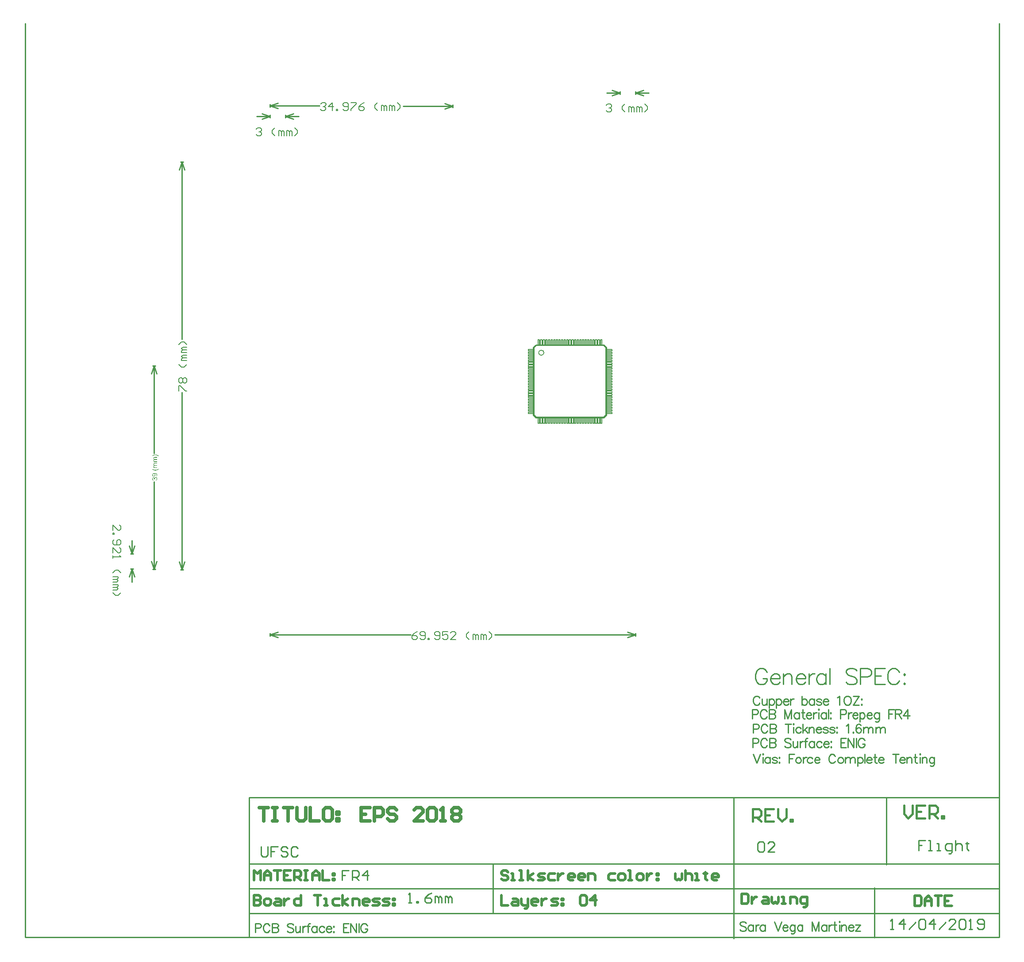
<source format=gm1>
G04*
G04 #@! TF.GenerationSoftware,Altium Limited,Altium Designer,18.1.7 (191)*
G04*
G04 Layer_Color=16711935*
%FSLAX25Y25*%
%MOIN*%
G70*
G01*
G75*
%ADD11C,0.01000*%
%ADD98C,0.02000*%
%ADD100C,0.02500*%
%ADD173C,0.00500*%
%ADD174C,0.00600*%
%ADD175C,0.01600*%
G36*
X-54753Y111460D02*
X-54692D01*
X-54614Y111449D01*
X-54531Y111444D01*
X-54436Y111433D01*
X-54337Y111416D01*
X-54226Y111399D01*
X-53998Y111349D01*
X-53876Y111322D01*
X-53754Y111283D01*
X-53626Y111244D01*
X-53504Y111194D01*
X-53499Y111188D01*
X-53476Y111183D01*
X-53443Y111166D01*
X-53393Y111144D01*
X-53338Y111122D01*
X-53271Y111089D01*
X-53199Y111050D01*
X-53116Y111011D01*
X-53027Y110966D01*
X-52938Y110916D01*
X-52744Y110805D01*
X-52544Y110678D01*
X-52355Y110539D01*
Y110201D01*
X-52361D01*
X-52372Y110212D01*
X-52389Y110223D01*
X-52411Y110234D01*
X-52444Y110250D01*
X-52477Y110273D01*
X-52522Y110295D01*
X-52572Y110323D01*
X-52683Y110384D01*
X-52821Y110450D01*
X-52971Y110517D01*
X-53143Y110595D01*
X-53326Y110667D01*
X-53521Y110733D01*
X-53732Y110800D01*
X-53948Y110861D01*
X-54170Y110911D01*
X-54403Y110950D01*
X-54636Y110972D01*
X-54875Y110983D01*
X-54880D01*
X-54897D01*
X-54925D01*
X-54958D01*
X-55003Y110977D01*
X-55058D01*
X-55114Y110972D01*
X-55180Y110966D01*
X-55252Y110961D01*
X-55330Y110955D01*
X-55491Y110933D01*
X-55669Y110905D01*
X-55852Y110866D01*
X-55857D01*
X-55868Y110861D01*
X-55891Y110855D01*
X-55918Y110850D01*
X-55952Y110839D01*
X-55996Y110828D01*
X-56096Y110800D01*
X-56207Y110767D01*
X-56335Y110722D01*
X-56473Y110672D01*
X-56607Y110617D01*
X-56612D01*
X-56618Y110611D01*
X-56634Y110606D01*
X-56651Y110595D01*
X-56679Y110583D01*
X-56712Y110567D01*
X-56745Y110550D01*
X-56795Y110528D01*
X-56845Y110500D01*
X-56901Y110473D01*
X-56967Y110439D01*
X-57039Y110400D01*
X-57117Y110356D01*
X-57200Y110311D01*
X-57295Y110256D01*
X-57395Y110201D01*
Y110539D01*
X-57389Y110545D01*
X-57367Y110561D01*
X-57328Y110583D01*
X-57284Y110617D01*
X-57223Y110661D01*
X-57151Y110706D01*
X-57073Y110756D01*
X-56984Y110811D01*
X-56884Y110872D01*
X-56779Y110928D01*
X-56673Y110989D01*
X-56557Y111050D01*
X-56318Y111161D01*
X-56190Y111216D01*
X-56068Y111261D01*
X-56063D01*
X-56041Y111272D01*
X-56013Y111277D01*
X-55968Y111294D01*
X-55918Y111311D01*
X-55857Y111327D01*
X-55785Y111344D01*
X-55708Y111366D01*
X-55619Y111383D01*
X-55524Y111399D01*
X-55430Y111416D01*
X-55325Y111433D01*
X-55102Y111455D01*
X-54875Y111466D01*
X-54869D01*
X-54842D01*
X-54803D01*
X-54753Y111460D01*
D02*
G37*
G36*
X-53487Y109057D02*
X-55236D01*
X-55241D01*
X-55247D01*
X-55280D01*
X-55330D01*
X-55391Y109052D01*
X-55458Y109046D01*
X-55524Y109041D01*
X-55591Y109029D01*
X-55641Y109013D01*
X-55646D01*
X-55663Y109002D01*
X-55685Y108991D01*
X-55713Y108974D01*
X-55746Y108952D01*
X-55780Y108924D01*
X-55813Y108891D01*
X-55846Y108846D01*
X-55852Y108841D01*
X-55857Y108824D01*
X-55868Y108802D01*
X-55885Y108763D01*
X-55902Y108724D01*
X-55913Y108674D01*
X-55918Y108624D01*
X-55924Y108563D01*
Y108536D01*
X-55918Y108513D01*
X-55913Y108458D01*
X-55902Y108391D01*
X-55874Y108314D01*
X-55841Y108230D01*
X-55791Y108147D01*
X-55724Y108069D01*
X-55713Y108064D01*
X-55685Y108042D01*
X-55641Y108008D01*
X-55574Y107975D01*
X-55485Y107936D01*
X-55380Y107908D01*
X-55252Y107886D01*
X-55102Y107875D01*
X-53487D01*
Y107403D01*
X-55291D01*
X-55297D01*
X-55308D01*
X-55319D01*
X-55341D01*
X-55402Y107398D01*
X-55469Y107387D01*
X-55546Y107376D01*
X-55624Y107353D01*
X-55696Y107326D01*
X-55763Y107287D01*
X-55769Y107281D01*
X-55791Y107265D01*
X-55813Y107237D01*
X-55846Y107198D01*
X-55874Y107148D01*
X-55902Y107081D01*
X-55918Y107004D01*
X-55924Y106909D01*
Y106876D01*
X-55918Y106837D01*
X-55913Y106793D01*
X-55896Y106737D01*
X-55879Y106671D01*
X-55852Y106610D01*
X-55818Y106543D01*
X-55813Y106537D01*
X-55796Y106515D01*
X-55774Y106488D01*
X-55741Y106449D01*
X-55696Y106410D01*
X-55641Y106371D01*
X-55580Y106332D01*
X-55508Y106299D01*
X-55497Y106293D01*
X-55469Y106288D01*
X-55424Y106277D01*
X-55363Y106260D01*
X-55280Y106243D01*
X-55180Y106232D01*
X-55064Y106227D01*
X-54931Y106221D01*
X-53487D01*
Y105749D01*
X-56274D01*
Y106171D01*
X-55874D01*
X-55885Y106177D01*
X-55907Y106193D01*
X-55946Y106227D01*
X-55990Y106266D01*
X-56046Y106316D01*
X-56102Y106377D01*
X-56157Y106443D01*
X-56207Y106521D01*
X-56213Y106532D01*
X-56229Y106560D01*
X-56246Y106604D01*
X-56274Y106665D01*
X-56296Y106737D01*
X-56312Y106821D01*
X-56329Y106915D01*
X-56335Y107015D01*
Y107065D01*
X-56329Y107126D01*
X-56318Y107192D01*
X-56301Y107276D01*
X-56279Y107359D01*
X-56246Y107442D01*
X-56201Y107520D01*
X-56196Y107531D01*
X-56179Y107553D01*
X-56151Y107587D01*
X-56107Y107631D01*
X-56057Y107675D01*
X-55996Y107725D01*
X-55924Y107770D01*
X-55841Y107803D01*
X-55846Y107808D01*
X-55863Y107820D01*
X-55885Y107836D01*
X-55918Y107864D01*
X-55957Y107897D01*
X-55996Y107936D01*
X-56041Y107981D01*
X-56090Y108036D01*
X-56135Y108097D01*
X-56179Y108158D01*
X-56218Y108230D01*
X-56257Y108308D01*
X-56290Y108391D01*
X-56312Y108480D01*
X-56329Y108569D01*
X-56335Y108669D01*
Y108708D01*
X-56329Y108735D01*
Y108774D01*
X-56323Y108813D01*
X-56307Y108907D01*
X-56279Y109007D01*
X-56235Y109113D01*
X-56179Y109218D01*
X-56102Y109307D01*
X-56090Y109318D01*
X-56057Y109340D01*
X-56007Y109379D01*
X-55968Y109396D01*
X-55929Y109418D01*
X-55879Y109440D01*
X-55830Y109457D01*
X-55774Y109479D01*
X-55708Y109496D01*
X-55641Y109507D01*
X-55563Y109518D01*
X-55485Y109529D01*
X-55397D01*
X-53487D01*
Y109057D01*
D02*
G37*
G36*
Y104584D02*
X-55236D01*
X-55241D01*
X-55247D01*
X-55280D01*
X-55330D01*
X-55391Y104578D01*
X-55458Y104573D01*
X-55524Y104567D01*
X-55591Y104556D01*
X-55641Y104540D01*
X-55646D01*
X-55663Y104528D01*
X-55685Y104517D01*
X-55713Y104501D01*
X-55746Y104479D01*
X-55780Y104451D01*
X-55813Y104417D01*
X-55846Y104373D01*
X-55852Y104367D01*
X-55857Y104351D01*
X-55868Y104329D01*
X-55885Y104290D01*
X-55902Y104251D01*
X-55913Y104201D01*
X-55918Y104151D01*
X-55924Y104090D01*
Y104062D01*
X-55918Y104040D01*
X-55913Y103984D01*
X-55902Y103918D01*
X-55874Y103840D01*
X-55841Y103757D01*
X-55791Y103674D01*
X-55724Y103596D01*
X-55713Y103591D01*
X-55685Y103568D01*
X-55641Y103535D01*
X-55574Y103502D01*
X-55485Y103463D01*
X-55380Y103435D01*
X-55252Y103413D01*
X-55102Y103402D01*
X-53487D01*
Y102930D01*
X-55291D01*
X-55297D01*
X-55308D01*
X-55319D01*
X-55341D01*
X-55402Y102925D01*
X-55469Y102913D01*
X-55546Y102902D01*
X-55624Y102880D01*
X-55696Y102852D01*
X-55763Y102813D01*
X-55769Y102808D01*
X-55791Y102791D01*
X-55813Y102763D01*
X-55846Y102725D01*
X-55874Y102675D01*
X-55902Y102608D01*
X-55918Y102530D01*
X-55924Y102436D01*
Y102403D01*
X-55918Y102364D01*
X-55913Y102320D01*
X-55896Y102264D01*
X-55879Y102197D01*
X-55852Y102136D01*
X-55818Y102070D01*
X-55813Y102064D01*
X-55796Y102042D01*
X-55774Y102014D01*
X-55741Y101975D01*
X-55696Y101937D01*
X-55641Y101898D01*
X-55580Y101859D01*
X-55508Y101826D01*
X-55497Y101820D01*
X-55469Y101814D01*
X-55424Y101803D01*
X-55363Y101787D01*
X-55280Y101770D01*
X-55180Y101759D01*
X-55064Y101753D01*
X-54931Y101748D01*
X-53487D01*
Y101276D01*
X-56274D01*
Y101698D01*
X-55874D01*
X-55885Y101704D01*
X-55907Y101720D01*
X-55946Y101753D01*
X-55990Y101792D01*
X-56046Y101842D01*
X-56102Y101903D01*
X-56157Y101970D01*
X-56207Y102048D01*
X-56213Y102059D01*
X-56229Y102086D01*
X-56246Y102131D01*
X-56274Y102192D01*
X-56296Y102264D01*
X-56312Y102347D01*
X-56329Y102442D01*
X-56335Y102541D01*
Y102592D01*
X-56329Y102653D01*
X-56318Y102719D01*
X-56301Y102802D01*
X-56279Y102886D01*
X-56246Y102969D01*
X-56201Y103047D01*
X-56196Y103058D01*
X-56179Y103080D01*
X-56151Y103113D01*
X-56107Y103158D01*
X-56057Y103202D01*
X-55996Y103252D01*
X-55924Y103296D01*
X-55841Y103330D01*
X-55846Y103335D01*
X-55863Y103346D01*
X-55885Y103363D01*
X-55918Y103391D01*
X-55957Y103424D01*
X-55996Y103463D01*
X-56041Y103507D01*
X-56090Y103563D01*
X-56135Y103624D01*
X-56179Y103685D01*
X-56218Y103757D01*
X-56257Y103835D01*
X-56290Y103918D01*
X-56312Y104007D01*
X-56329Y104095D01*
X-56335Y104195D01*
Y104234D01*
X-56329Y104262D01*
Y104301D01*
X-56323Y104340D01*
X-56307Y104434D01*
X-56279Y104534D01*
X-56235Y104639D01*
X-56179Y104745D01*
X-56102Y104834D01*
X-56090Y104845D01*
X-56057Y104867D01*
X-56007Y104906D01*
X-55968Y104922D01*
X-55929Y104945D01*
X-55879Y104967D01*
X-55830Y104983D01*
X-55774Y105006D01*
X-55708Y105022D01*
X-55641Y105034D01*
X-55563Y105045D01*
X-55485Y105056D01*
X-55397D01*
X-53487D01*
Y104584D01*
D02*
G37*
G36*
X-52355Y100394D02*
X-52361Y100388D01*
X-52377Y100377D01*
X-52405Y100355D01*
X-52444Y100327D01*
X-52488Y100294D01*
X-52544Y100255D01*
X-52611Y100210D01*
X-52683Y100166D01*
X-52766Y100111D01*
X-52855Y100061D01*
X-52949Y100005D01*
X-53049Y99950D01*
X-53154Y99894D01*
X-53266Y99839D01*
X-53504Y99733D01*
X-53510Y99728D01*
X-53532Y99722D01*
X-53571Y99711D01*
X-53621Y99694D01*
X-53682Y99672D01*
X-53748Y99650D01*
X-53832Y99628D01*
X-53926Y99600D01*
X-54020Y99578D01*
X-54131Y99550D01*
X-54242Y99528D01*
X-54359Y99511D01*
X-54614Y99478D01*
X-54742Y99472D01*
X-54875Y99467D01*
X-54880D01*
X-54903D01*
X-54936D01*
X-54980Y99472D01*
X-55036D01*
X-55102Y99478D01*
X-55175Y99484D01*
X-55258Y99495D01*
X-55347Y99500D01*
X-55441Y99517D01*
X-55641Y99550D01*
X-55852Y99600D01*
X-56068Y99667D01*
X-56074Y99672D01*
X-56096Y99678D01*
X-56135Y99689D01*
X-56185Y99711D01*
X-56240Y99733D01*
X-56312Y99766D01*
X-56396Y99805D01*
X-56485Y99844D01*
X-56579Y99894D01*
X-56684Y99944D01*
X-56795Y100005D01*
X-56906Y100072D01*
X-57028Y100144D01*
X-57151Y100222D01*
X-57273Y100305D01*
X-57395Y100394D01*
Y100732D01*
X-57389Y100727D01*
X-57372Y100721D01*
X-57345Y100705D01*
X-57306Y100682D01*
X-57262Y100654D01*
X-57206Y100627D01*
X-57089Y100560D01*
X-56962Y100488D01*
X-56834Y100421D01*
X-56712Y100355D01*
X-56662Y100333D01*
X-56612Y100310D01*
X-56607D01*
X-56595Y100305D01*
X-56579Y100294D01*
X-56551Y100283D01*
X-56518Y100272D01*
X-56479Y100255D01*
X-56435Y100238D01*
X-56385Y100222D01*
X-56268Y100177D01*
X-56140Y100138D01*
X-56002Y100100D01*
X-55857Y100061D01*
X-55852D01*
X-55835Y100055D01*
X-55807Y100050D01*
X-55774Y100044D01*
X-55730Y100033D01*
X-55674Y100027D01*
X-55619Y100016D01*
X-55552Y100005D01*
X-55480Y99994D01*
X-55402Y99983D01*
X-55236Y99966D01*
X-55058Y99955D01*
X-54875Y99950D01*
X-54869D01*
X-54858D01*
X-54842D01*
X-54820D01*
X-54786Y99955D01*
X-54753D01*
X-54708Y99961D01*
X-54659D01*
X-54542Y99972D01*
X-54409Y99989D01*
X-54253Y100016D01*
X-54087Y100050D01*
X-53904Y100088D01*
X-53704Y100138D01*
X-53493Y100205D01*
X-53277Y100283D01*
X-53055Y100372D01*
X-52821Y100471D01*
X-52588Y100593D01*
X-52355Y100732D01*
Y100394D01*
D02*
G37*
G36*
X-55302Y97402D02*
X-55230D01*
X-55147Y97397D01*
X-55064Y97386D01*
X-54875Y97369D01*
X-54675Y97341D01*
X-54487Y97302D01*
X-54392Y97275D01*
X-54309Y97247D01*
X-54303D01*
X-54292Y97241D01*
X-54270Y97230D01*
X-54237Y97219D01*
X-54203Y97202D01*
X-54159Y97180D01*
X-54065Y97125D01*
X-53959Y97058D01*
X-53848Y96980D01*
X-53743Y96881D01*
X-53648Y96769D01*
Y96764D01*
X-53637Y96753D01*
X-53626Y96736D01*
X-53615Y96714D01*
X-53598Y96681D01*
X-53576Y96647D01*
X-53554Y96603D01*
X-53537Y96559D01*
X-53493Y96453D01*
X-53454Y96325D01*
X-53432Y96187D01*
X-53421Y96031D01*
Y95987D01*
X-53426Y95959D01*
Y95920D01*
X-53432Y95876D01*
X-53454Y95771D01*
X-53482Y95654D01*
X-53526Y95532D01*
X-53587Y95410D01*
X-53626Y95349D01*
X-53671Y95293D01*
X-53676Y95288D01*
X-53682Y95282D01*
X-53698Y95266D01*
X-53715Y95249D01*
X-53743Y95227D01*
X-53776Y95199D01*
X-53854Y95143D01*
X-53954Y95088D01*
X-54076Y95032D01*
X-54215Y94988D01*
X-54375Y94955D01*
X-54414Y95410D01*
X-54409D01*
X-54398Y95415D01*
X-54387D01*
X-54364Y95421D01*
X-54303Y95438D01*
X-54237Y95460D01*
X-54159Y95487D01*
X-54081Y95526D01*
X-54009Y95571D01*
X-53948Y95626D01*
X-53943Y95632D01*
X-53926Y95654D01*
X-53904Y95693D01*
X-53882Y95737D01*
X-53854Y95798D01*
X-53832Y95870D01*
X-53815Y95954D01*
X-53809Y96043D01*
Y96081D01*
X-53815Y96120D01*
X-53821Y96170D01*
X-53832Y96231D01*
X-53848Y96292D01*
X-53870Y96359D01*
X-53904Y96420D01*
X-53909Y96425D01*
X-53920Y96448D01*
X-53943Y96481D01*
X-53976Y96514D01*
X-54015Y96559D01*
X-54059Y96603D01*
X-54109Y96647D01*
X-54170Y96692D01*
X-54176Y96697D01*
X-54203Y96709D01*
X-54242Y96731D01*
X-54292Y96753D01*
X-54359Y96781D01*
X-54436Y96808D01*
X-54525Y96836D01*
X-54625Y96864D01*
X-54631D01*
X-54636Y96869D01*
X-54653D01*
X-54675Y96875D01*
X-54731Y96886D01*
X-54803Y96903D01*
X-54892Y96914D01*
X-54986Y96925D01*
X-55091Y96930D01*
X-55202Y96936D01*
X-55208D01*
X-55225D01*
X-55252D01*
X-55297D01*
X-55286Y96930D01*
X-55258Y96908D01*
X-55219Y96875D01*
X-55164Y96836D01*
X-55108Y96781D01*
X-55047Y96714D01*
X-54986Y96636D01*
X-54931Y96548D01*
X-54925Y96536D01*
X-54908Y96503D01*
X-54886Y96453D01*
X-54864Y96392D01*
X-54836Y96309D01*
X-54814Y96220D01*
X-54797Y96120D01*
X-54792Y96015D01*
Y95970D01*
X-54797Y95937D01*
X-54803Y95893D01*
X-54808Y95848D01*
X-54820Y95793D01*
X-54836Y95737D01*
X-54875Y95610D01*
X-54903Y95543D01*
X-54936Y95476D01*
X-54975Y95404D01*
X-55025Y95338D01*
X-55075Y95271D01*
X-55136Y95210D01*
X-55141Y95204D01*
X-55152Y95193D01*
X-55169Y95182D01*
X-55197Y95160D01*
X-55236Y95132D01*
X-55275Y95104D01*
X-55325Y95077D01*
X-55380Y95049D01*
X-55441Y95016D01*
X-55508Y94988D01*
X-55585Y94960D01*
X-55663Y94933D01*
X-55752Y94910D01*
X-55846Y94899D01*
X-55941Y94888D01*
X-56046Y94883D01*
X-56052D01*
X-56074D01*
X-56102D01*
X-56140Y94888D01*
X-56190Y94894D01*
X-56251Y94899D01*
X-56312Y94910D01*
X-56385Y94927D01*
X-56529Y94966D01*
X-56607Y94994D01*
X-56690Y95027D01*
X-56767Y95066D01*
X-56840Y95116D01*
X-56917Y95166D01*
X-56984Y95227D01*
X-56990Y95232D01*
X-57001Y95243D01*
X-57017Y95260D01*
X-57039Y95288D01*
X-57067Y95321D01*
X-57100Y95365D01*
X-57128Y95410D01*
X-57167Y95465D01*
X-57200Y95521D01*
X-57228Y95587D01*
X-57289Y95737D01*
X-57311Y95815D01*
X-57328Y95904D01*
X-57339Y95992D01*
X-57345Y96087D01*
Y96126D01*
X-57339Y96153D01*
Y96181D01*
X-57334Y96220D01*
X-57317Y96314D01*
X-57295Y96420D01*
X-57256Y96536D01*
X-57206Y96653D01*
X-57139Y96769D01*
Y96775D01*
X-57128Y96781D01*
X-57117Y96797D01*
X-57100Y96820D01*
X-57056Y96875D01*
X-56995Y96947D01*
X-56912Y97019D01*
X-56812Y97102D01*
X-56695Y97175D01*
X-56562Y97241D01*
X-56557D01*
X-56546Y97247D01*
X-56523Y97258D01*
X-56496Y97269D01*
X-56457Y97280D01*
X-56407Y97297D01*
X-56351Y97308D01*
X-56290Y97325D01*
X-56218Y97341D01*
X-56135Y97358D01*
X-56046Y97369D01*
X-55952Y97380D01*
X-55846Y97391D01*
X-55735Y97402D01*
X-55613Y97408D01*
X-55485D01*
X-55480D01*
X-55452D01*
X-55413D01*
X-55363D01*
X-55302Y97402D01*
D02*
G37*
G36*
X-54536Y94411D02*
X-54492Y94405D01*
X-54442Y94394D01*
X-54387Y94383D01*
X-54325Y94372D01*
X-54192Y94327D01*
X-54120Y94294D01*
X-54054Y94261D01*
X-53981Y94217D01*
X-53909Y94167D01*
X-53837Y94111D01*
X-53771Y94045D01*
X-53765Y94039D01*
X-53754Y94028D01*
X-53737Y94006D01*
X-53715Y93978D01*
X-53687Y93945D01*
X-53659Y93900D01*
X-53626Y93850D01*
X-53598Y93789D01*
X-53565Y93728D01*
X-53532Y93656D01*
X-53504Y93584D01*
X-53476Y93501D01*
X-53454Y93412D01*
X-53438Y93317D01*
X-53426Y93223D01*
X-53421Y93118D01*
Y93068D01*
X-53426Y93034D01*
X-53432Y92990D01*
X-53438Y92940D01*
X-53449Y92884D01*
X-53460Y92823D01*
X-53493Y92690D01*
X-53549Y92551D01*
X-53582Y92479D01*
X-53621Y92413D01*
X-53671Y92346D01*
X-53721Y92280D01*
X-53726Y92274D01*
X-53737Y92263D01*
X-53754Y92246D01*
X-53776Y92230D01*
X-53804Y92202D01*
X-53843Y92174D01*
X-53882Y92141D01*
X-53931Y92107D01*
X-53987Y92074D01*
X-54043Y92041D01*
X-54176Y91980D01*
X-54331Y91930D01*
X-54414Y91913D01*
X-54503Y91902D01*
X-54564Y92374D01*
X-54559D01*
X-54548Y92379D01*
X-54525Y92385D01*
X-54498Y92391D01*
X-54464Y92396D01*
X-54425Y92407D01*
X-54342Y92435D01*
X-54242Y92474D01*
X-54148Y92524D01*
X-54059Y92579D01*
X-53981Y92646D01*
X-53976Y92657D01*
X-53954Y92679D01*
X-53926Y92724D01*
X-53898Y92779D01*
X-53865Y92846D01*
X-53837Y92929D01*
X-53815Y93023D01*
X-53809Y93123D01*
Y93156D01*
X-53815Y93179D01*
X-53821Y93240D01*
X-53837Y93317D01*
X-53865Y93406D01*
X-53904Y93501D01*
X-53959Y93595D01*
X-54037Y93684D01*
X-54048Y93695D01*
X-54081Y93723D01*
X-54131Y93756D01*
X-54198Y93800D01*
X-54281Y93845D01*
X-54375Y93878D01*
X-54487Y93906D01*
X-54609Y93917D01*
X-54614D01*
X-54625D01*
X-54642D01*
X-54664Y93911D01*
X-54725Y93906D01*
X-54797Y93889D01*
X-54886Y93867D01*
X-54975Y93828D01*
X-55064Y93773D01*
X-55147Y93700D01*
X-55158Y93689D01*
X-55180Y93661D01*
X-55213Y93617D01*
X-55252Y93556D01*
X-55291Y93478D01*
X-55325Y93384D01*
X-55347Y93279D01*
X-55358Y93162D01*
Y93112D01*
X-55352Y93073D01*
X-55347Y93023D01*
X-55336Y92968D01*
X-55325Y92901D01*
X-55308Y92829D01*
X-55724Y92884D01*
Y92912D01*
X-55719Y92935D01*
Y93007D01*
X-55730Y93068D01*
X-55741Y93140D01*
X-55757Y93223D01*
X-55785Y93317D01*
X-55824Y93406D01*
X-55874Y93501D01*
Y93506D01*
X-55879Y93512D01*
X-55902Y93539D01*
X-55941Y93578D01*
X-55990Y93623D01*
X-56063Y93667D01*
X-56146Y93706D01*
X-56240Y93734D01*
X-56296Y93745D01*
X-56357D01*
X-56362D01*
X-56368D01*
X-56401D01*
X-56446Y93734D01*
X-56507Y93723D01*
X-56573Y93700D01*
X-56645Y93673D01*
X-56718Y93628D01*
X-56784Y93567D01*
X-56790Y93562D01*
X-56812Y93534D01*
X-56840Y93495D01*
X-56873Y93445D01*
X-56901Y93379D01*
X-56928Y93301D01*
X-56951Y93212D01*
X-56956Y93112D01*
Y93068D01*
X-56945Y93018D01*
X-56934Y92951D01*
X-56912Y92879D01*
X-56884Y92807D01*
X-56840Y92729D01*
X-56784Y92657D01*
X-56779Y92651D01*
X-56751Y92629D01*
X-56712Y92596D01*
X-56656Y92557D01*
X-56584Y92518D01*
X-56496Y92479D01*
X-56390Y92446D01*
X-56268Y92424D01*
X-56351Y91952D01*
X-56357D01*
X-56374Y91958D01*
X-56396Y91963D01*
X-56429Y91969D01*
X-56468Y91980D01*
X-56512Y91997D01*
X-56618Y92030D01*
X-56740Y92085D01*
X-56862Y92152D01*
X-56978Y92235D01*
X-57084Y92341D01*
X-57089Y92346D01*
X-57095Y92357D01*
X-57106Y92374D01*
X-57123Y92396D01*
X-57145Y92424D01*
X-57167Y92463D01*
X-57189Y92502D01*
X-57217Y92551D01*
X-57262Y92663D01*
X-57306Y92790D01*
X-57334Y92940D01*
X-57345Y93018D01*
Y93156D01*
X-57339Y93217D01*
X-57328Y93290D01*
X-57311Y93379D01*
X-57284Y93478D01*
X-57250Y93578D01*
X-57206Y93678D01*
Y93684D01*
X-57200Y93689D01*
X-57184Y93723D01*
X-57151Y93773D01*
X-57112Y93828D01*
X-57056Y93895D01*
X-56995Y93961D01*
X-56923Y94028D01*
X-56840Y94083D01*
X-56829Y94089D01*
X-56801Y94105D01*
X-56751Y94128D01*
X-56690Y94156D01*
X-56618Y94183D01*
X-56534Y94205D01*
X-56440Y94222D01*
X-56346Y94228D01*
X-56335D01*
X-56301D01*
X-56257Y94222D01*
X-56196Y94211D01*
X-56124Y94194D01*
X-56046Y94167D01*
X-55968Y94133D01*
X-55891Y94089D01*
X-55879Y94083D01*
X-55857Y94067D01*
X-55818Y94033D01*
X-55774Y93989D01*
X-55724Y93933D01*
X-55669Y93867D01*
X-55619Y93789D01*
X-55569Y93695D01*
Y93700D01*
X-55563Y93712D01*
X-55558Y93728D01*
X-55552Y93750D01*
X-55530Y93811D01*
X-55497Y93889D01*
X-55452Y93978D01*
X-55397Y94067D01*
X-55325Y94150D01*
X-55241Y94228D01*
X-55230Y94233D01*
X-55197Y94255D01*
X-55141Y94289D01*
X-55069Y94322D01*
X-54980Y94355D01*
X-54875Y94389D01*
X-54753Y94411D01*
X-54620Y94416D01*
X-54614D01*
X-54598D01*
X-54570D01*
X-54536Y94411D01*
D02*
G37*
%LPC*%
G36*
X-56068Y96886D02*
X-56074D01*
X-56085D01*
X-56107D01*
X-56135Y96881D01*
X-56174D01*
X-56213Y96875D01*
X-56301Y96858D01*
X-56407Y96836D01*
X-56518Y96797D01*
X-56623Y96742D01*
X-56718Y96670D01*
X-56723D01*
X-56729Y96658D01*
X-56756Y96631D01*
X-56795Y96586D01*
X-56840Y96525D01*
X-56879Y96448D01*
X-56917Y96359D01*
X-56945Y96259D01*
X-56956Y96203D01*
Y96115D01*
X-56951Y96092D01*
X-56945Y96031D01*
X-56923Y95959D01*
X-56895Y95870D01*
X-56845Y95776D01*
X-56784Y95682D01*
X-56740Y95637D01*
X-56695Y95593D01*
X-56690D01*
X-56684Y95582D01*
X-56668Y95571D01*
X-56651Y95560D01*
X-56595Y95521D01*
X-56518Y95482D01*
X-56423Y95438D01*
X-56307Y95399D01*
X-56174Y95376D01*
X-56029Y95365D01*
X-56024D01*
X-56013D01*
X-55996D01*
X-55968Y95371D01*
X-55935D01*
X-55902Y95376D01*
X-55818Y95393D01*
X-55724Y95421D01*
X-55624Y95454D01*
X-55524Y95510D01*
X-55436Y95582D01*
X-55424Y95593D01*
X-55402Y95621D01*
X-55363Y95671D01*
X-55325Y95732D01*
X-55280Y95815D01*
X-55241Y95909D01*
X-55219Y96015D01*
X-55208Y96131D01*
Y96165D01*
X-55213Y96187D01*
X-55219Y96248D01*
X-55236Y96320D01*
X-55264Y96409D01*
X-55302Y96498D01*
X-55358Y96586D01*
X-55436Y96670D01*
X-55447Y96681D01*
X-55480Y96703D01*
X-55530Y96736D01*
X-55602Y96781D01*
X-55691Y96820D01*
X-55796Y96853D01*
X-55924Y96875D01*
X-56068Y96886D01*
D02*
G37*
%LPD*%
D11*
X43094Y365205D02*
Y367205D01*
X31283Y365205D02*
Y367205D01*
X43094Y366205D02*
X49094Y364205D01*
X43094Y366205D02*
X49094Y368205D01*
X25283Y364205D02*
X31283Y366205D01*
X25283Y368205D02*
X31283Y366205D01*
X43094D02*
X53094D01*
X21283D02*
X31283D01*
X306776Y383164D02*
Y385164D01*
X294965Y383164D02*
Y385164D01*
X306776Y384164D02*
X312776Y382164D01*
X306776Y384164D02*
X312776Y386164D01*
X288965Y382164D02*
X294965Y384164D01*
X288965Y386164D02*
X294965Y384164D01*
X306776D02*
X316776D01*
X284965D02*
X294965D01*
X-35772Y331898D02*
X-33772D01*
X-35772Y24812D02*
X-33772D01*
X-34772Y331898D02*
X-32772Y325898D01*
X-36772D02*
X-34772Y331898D01*
Y24812D02*
X-32772Y30812D01*
X-36772D02*
X-34772Y24812D01*
Y198449D02*
Y331898D01*
Y24812D02*
Y158261D01*
X-73662Y25355D02*
X-71662Y25355D01*
X-73663Y36854D02*
X-71663Y36854D01*
X-74661Y19355D02*
X-72662Y25355D01*
X-70661Y19355D01*
X-74663Y42854D02*
X-72663Y36854D01*
X-70663Y42854D01*
X-72662Y25355D02*
X-72661Y15355D01*
X-72663Y46854D02*
X-72663Y36854D01*
X306719Y-25306D02*
Y-23306D01*
X31319Y-25306D02*
Y-23306D01*
X300719Y-26307D02*
X306719Y-24306D01*
X300719Y-22307D02*
X306719Y-24306D01*
X31319D02*
X37319Y-26307D01*
X31319Y-24306D02*
X37319Y-22307D01*
X200609Y-24306D02*
X306719D01*
X31319D02*
X137428D01*
X169022Y373137D02*
X169024Y375137D01*
X31322Y373237D02*
X31324Y375237D01*
X163021Y372141D02*
X169023Y374137D01*
X163024Y376141D02*
X169023Y374137D01*
X31323Y374237D02*
X37321Y372233D01*
X31323Y374237D02*
X37324Y376233D01*
X131763Y374164D02*
X169023Y374137D01*
X31323Y374237D02*
X68582Y374210D01*
X-57007Y178456D02*
X-55007D01*
X-57007Y24912D02*
X-55007D01*
X-56007Y178456D02*
X-54007Y172456D01*
X-58007D02*
X-56007Y178456D01*
Y24912D02*
X-54007Y30912D01*
X-58007D02*
X-56007Y24912D01*
Y112466D02*
Y178456D01*
Y24912D02*
Y90902D01*
X580701Y-251826D02*
Y436363D01*
X-153047Y-252181D02*
X15260D01*
X12898D02*
X580701D01*
X495829Y-197638D02*
Y-146865D01*
X486882Y-252617D02*
Y-215117D01*
X15701Y-146958D02*
X580701D01*
X380701Y-234458D02*
X580701D01*
X15701Y-196958D02*
X580278D01*
X15701Y-215708D02*
X580701D01*
X380701Y-253208D02*
Y-146958D01*
X15701Y-234458D02*
X540701D01*
X580701Y-252181D02*
Y-146757D01*
X199451Y-234458D02*
Y-196958D01*
X15701Y-252181D02*
Y-146958D01*
X-152969Y-252338D02*
Y436205D01*
X395575Y-114306D02*
X398169Y-121117D01*
X400764Y-114306D02*
X398169Y-121117D01*
X402288Y-114306D02*
X402613Y-114631D01*
X402937Y-114306D01*
X402613Y-113982D01*
X402288Y-114306D01*
X402613Y-116577D02*
Y-121117D01*
X408029Y-116577D02*
Y-121117D01*
Y-117550D02*
X407380Y-116901D01*
X406732Y-116577D01*
X405759D01*
X405110Y-116901D01*
X404461Y-117550D01*
X404137Y-118523D01*
Y-119172D01*
X404461Y-120144D01*
X405110Y-120793D01*
X405759Y-121117D01*
X406732D01*
X407380Y-120793D01*
X408029Y-120144D01*
X413413Y-117550D02*
X413089Y-116901D01*
X412116Y-116577D01*
X411143D01*
X410170Y-116901D01*
X409845Y-117550D01*
X410170Y-118199D01*
X410818Y-118523D01*
X412440Y-118847D01*
X413089Y-119172D01*
X413413Y-119820D01*
Y-120144D01*
X413089Y-120793D01*
X412116Y-121117D01*
X411143D01*
X410170Y-120793D01*
X409845Y-120144D01*
X415165Y-116577D02*
X414840Y-116901D01*
X415165Y-117226D01*
X415489Y-116901D01*
X415165Y-116577D01*
Y-120469D02*
X414840Y-120793D01*
X415165Y-121117D01*
X415489Y-120793D01*
X415165Y-120469D01*
X422332Y-114306D02*
Y-121117D01*
Y-114306D02*
X426549D01*
X422332Y-117550D02*
X424927D01*
X428949Y-116577D02*
X428300Y-116901D01*
X427652Y-117550D01*
X427327Y-118523D01*
Y-119172D01*
X427652Y-120144D01*
X428300Y-120793D01*
X428949Y-121117D01*
X429922D01*
X430571Y-120793D01*
X431219Y-120144D01*
X431543Y-119172D01*
Y-118523D01*
X431219Y-117550D01*
X430571Y-116901D01*
X429922Y-116577D01*
X428949D01*
X433035D02*
Y-121117D01*
Y-118523D02*
X433360Y-117550D01*
X434008Y-116901D01*
X434657Y-116577D01*
X435630D01*
X440138Y-117550D02*
X439490Y-116901D01*
X438841Y-116577D01*
X437868D01*
X437219Y-116901D01*
X436571Y-117550D01*
X436246Y-118523D01*
Y-119172D01*
X436571Y-120144D01*
X437219Y-120793D01*
X437868Y-121117D01*
X438841D01*
X439490Y-120793D01*
X440138Y-120144D01*
X441598Y-118523D02*
X445490D01*
Y-117874D01*
X445166Y-117226D01*
X444841Y-116901D01*
X444193Y-116577D01*
X443220D01*
X442571Y-116901D01*
X441922Y-117550D01*
X441598Y-118523D01*
Y-119172D01*
X441922Y-120144D01*
X442571Y-120793D01*
X443220Y-121117D01*
X444193D01*
X444841Y-120793D01*
X445490Y-120144D01*
X457166Y-115928D02*
X456842Y-115279D01*
X456193Y-114631D01*
X455544Y-114306D01*
X454247D01*
X453598Y-114631D01*
X452950Y-115279D01*
X452625Y-115928D01*
X452301Y-116901D01*
Y-118523D01*
X452625Y-119496D01*
X452950Y-120144D01*
X453598Y-120793D01*
X454247Y-121117D01*
X455544D01*
X456193Y-120793D01*
X456842Y-120144D01*
X457166Y-119496D01*
X460701Y-116577D02*
X460053Y-116901D01*
X459404Y-117550D01*
X459080Y-118523D01*
Y-119172D01*
X459404Y-120144D01*
X460053Y-120793D01*
X460701Y-121117D01*
X461674D01*
X462323Y-120793D01*
X462972Y-120144D01*
X463296Y-119172D01*
Y-118523D01*
X462972Y-117550D01*
X462323Y-116901D01*
X461674Y-116577D01*
X460701D01*
X464788D02*
Y-121117D01*
Y-117874D02*
X465761Y-116901D01*
X466409Y-116577D01*
X467382D01*
X468031Y-116901D01*
X468356Y-117874D01*
Y-121117D01*
Y-117874D02*
X469328Y-116901D01*
X469977Y-116577D01*
X470950D01*
X471599Y-116901D01*
X471923Y-117874D01*
Y-121117D01*
X474064Y-116577D02*
Y-123388D01*
Y-117550D02*
X474713Y-116901D01*
X475361Y-116577D01*
X476334D01*
X476983Y-116901D01*
X477632Y-117550D01*
X477956Y-118523D01*
Y-119172D01*
X477632Y-120144D01*
X476983Y-120793D01*
X476334Y-121117D01*
X475361D01*
X474713Y-120793D01*
X474064Y-120144D01*
X479415Y-114306D02*
Y-121117D01*
X480842Y-118523D02*
X484734D01*
Y-117874D01*
X484410Y-117226D01*
X484086Y-116901D01*
X483437Y-116577D01*
X482464D01*
X481815Y-116901D01*
X481167Y-117550D01*
X480842Y-118523D01*
Y-119172D01*
X481167Y-120144D01*
X481815Y-120793D01*
X482464Y-121117D01*
X483437D01*
X484086Y-120793D01*
X484734Y-120144D01*
X487167Y-114306D02*
Y-119820D01*
X487491Y-120793D01*
X488140Y-121117D01*
X488789D01*
X486194Y-116577D02*
X488464D01*
X489762Y-118523D02*
X493654D01*
Y-117874D01*
X493329Y-117226D01*
X493005Y-116901D01*
X492356Y-116577D01*
X491383D01*
X490735Y-116901D01*
X490086Y-117550D01*
X489762Y-118523D01*
Y-119172D01*
X490086Y-120144D01*
X490735Y-120793D01*
X491383Y-121117D01*
X492356D01*
X493005Y-120793D01*
X493654Y-120144D01*
X502735Y-114306D02*
Y-121117D01*
X500465Y-114306D02*
X505005D01*
X505816Y-118523D02*
X509708D01*
Y-117874D01*
X509384Y-117226D01*
X509060Y-116901D01*
X508411Y-116577D01*
X507438D01*
X506789Y-116901D01*
X506141Y-117550D01*
X505816Y-118523D01*
Y-119172D01*
X506141Y-120144D01*
X506789Y-120793D01*
X507438Y-121117D01*
X508411D01*
X509060Y-120793D01*
X509708Y-120144D01*
X511168Y-116577D02*
Y-121117D01*
Y-117874D02*
X512141Y-116901D01*
X512789Y-116577D01*
X513763D01*
X514411Y-116901D01*
X514736Y-117874D01*
Y-121117D01*
X517492Y-114306D02*
Y-119820D01*
X517817Y-120793D01*
X518465Y-121117D01*
X519114D01*
X516519Y-116577D02*
X518790D01*
X520736Y-114306D02*
X521060Y-114631D01*
X521384Y-114306D01*
X521060Y-113982D01*
X520736Y-114306D01*
X521060Y-116577D02*
Y-121117D01*
X522584Y-116577D02*
Y-121117D01*
Y-117874D02*
X523557Y-116901D01*
X524206Y-116577D01*
X525179D01*
X525828Y-116901D01*
X526152Y-117874D01*
Y-121117D01*
X531828Y-116577D02*
Y-121766D01*
X531504Y-122739D01*
X531179Y-123064D01*
X530531Y-123388D01*
X529558D01*
X528909Y-123064D01*
X531828Y-117550D02*
X531179Y-116901D01*
X530531Y-116577D01*
X529558D01*
X528909Y-116901D01*
X528260Y-117550D01*
X527936Y-118523D01*
Y-119172D01*
X528260Y-120144D01*
X528909Y-120793D01*
X529558Y-121117D01*
X530531D01*
X531179Y-120793D01*
X531828Y-120144D01*
X24669Y-183991D02*
Y-190291D01*
X25929Y-191551D01*
X28449D01*
X29709Y-190291D01*
Y-183991D01*
X37269D02*
X32229D01*
Y-187771D01*
X34749D01*
X32229D01*
Y-191551D01*
X44829Y-185250D02*
X43569Y-183991D01*
X41049D01*
X39789Y-185250D01*
Y-186511D01*
X41049Y-187771D01*
X43569D01*
X44829Y-189031D01*
Y-190291D01*
X43569Y-191551D01*
X41049D01*
X39789Y-190291D01*
X52389Y-185250D02*
X51129Y-183991D01*
X48609D01*
X47349Y-185250D01*
Y-190291D01*
X48609Y-191551D01*
X51129D01*
X52389Y-190291D01*
X498724Y-246157D02*
X501244D01*
X499984D01*
Y-238597D01*
X498724Y-239857D01*
X508804Y-246157D02*
Y-238597D01*
X505024Y-242377D01*
X510064D01*
X512584Y-246157D02*
X517625Y-241117D01*
X520145Y-239857D02*
X521405Y-238597D01*
X523924D01*
X525184Y-239857D01*
Y-244897D01*
X523924Y-246157D01*
X521405D01*
X520145Y-244897D01*
Y-239857D01*
X531485Y-246157D02*
Y-238597D01*
X527705Y-242377D01*
X532745D01*
X535265Y-246157D02*
X540305Y-241117D01*
X547865Y-246157D02*
X542825D01*
X547865Y-241117D01*
Y-239857D01*
X546605Y-238597D01*
X544085D01*
X542825Y-239857D01*
X550385D02*
X551645Y-238597D01*
X554165D01*
X555425Y-239857D01*
Y-244897D01*
X554165Y-246157D01*
X551645D01*
X550385Y-244897D01*
Y-239857D01*
X557945Y-246157D02*
X560465D01*
X559205D01*
Y-238597D01*
X557945Y-239857D01*
X564245Y-244897D02*
X565505Y-246157D01*
X568025D01*
X569285Y-244897D01*
Y-239857D01*
X568025Y-238597D01*
X565505D01*
X564245Y-239857D01*
Y-241117D01*
X565505Y-242377D01*
X569285D01*
X525033Y-179280D02*
X519992D01*
Y-183060D01*
X522512D01*
X519992D01*
Y-186840D01*
X527553D02*
X530072D01*
X528813D01*
Y-179280D01*
X527553D01*
X533852Y-186840D02*
X536373D01*
X535112D01*
Y-181800D01*
X533852D01*
X542673Y-189360D02*
X543933D01*
X545193Y-188100D01*
Y-181800D01*
X541413D01*
X540153Y-183060D01*
Y-185580D01*
X541413Y-186840D01*
X545193D01*
X547713Y-179280D02*
Y-186840D01*
Y-183060D01*
X548973Y-181800D01*
X551493D01*
X552753Y-183060D01*
Y-186840D01*
X556533Y-180540D02*
Y-181800D01*
X555273D01*
X557793D01*
X556533D01*
Y-185580D01*
X557793Y-186840D01*
X398827Y-181709D02*
X400087Y-180449D01*
X402607D01*
X403867Y-181709D01*
Y-186749D01*
X402607Y-188009D01*
X400087D01*
X398827Y-186749D01*
Y-181709D01*
X411427Y-188009D02*
X406387D01*
X411427Y-182969D01*
Y-181709D01*
X410167Y-180449D01*
X407647D01*
X406387Y-181709D01*
X90741Y-201898D02*
X85701D01*
Y-205678D01*
X88221D01*
X85701D01*
Y-209458D01*
X93261D02*
Y-201898D01*
X97041D01*
X98301Y-203158D01*
Y-205678D01*
X97041Y-206938D01*
X93261D01*
X95781D02*
X98301Y-209458D01*
X104602D02*
Y-201898D01*
X100821Y-205678D01*
X105861D01*
X135582Y-226436D02*
X138102D01*
X136842D01*
Y-218876D01*
X135582Y-220136D01*
X141882Y-226436D02*
Y-225176D01*
X143142D01*
Y-226436D01*
X141882D01*
X153222Y-218876D02*
X150702Y-220136D01*
X148182Y-222656D01*
Y-225176D01*
X149442Y-226436D01*
X151962D01*
X153222Y-225176D01*
Y-223916D01*
X151962Y-222656D01*
X148182D01*
X155742Y-226436D02*
Y-221396D01*
X157002D01*
X158262Y-222656D01*
Y-226436D01*
Y-222656D01*
X159522Y-221396D01*
X160782Y-222656D01*
Y-226436D01*
X163302D02*
Y-221396D01*
X164562D01*
X165822Y-222656D01*
Y-226436D01*
Y-222656D01*
X167082Y-221396D01*
X168342Y-222656D01*
Y-226436D01*
X405754Y-52512D02*
X405174Y-51351D01*
X404013Y-50191D01*
X402853Y-49611D01*
X400532D01*
X399372Y-50191D01*
X398211Y-51351D01*
X397631Y-52512D01*
X397051Y-54252D01*
Y-57154D01*
X397631Y-58894D01*
X398211Y-60055D01*
X399372Y-61215D01*
X400532Y-61796D01*
X402853D01*
X404013Y-61215D01*
X405174Y-60055D01*
X405754Y-58894D01*
Y-57154D01*
X402853D02*
X405754D01*
X408539D02*
X415502D01*
Y-55993D01*
X414922Y-54833D01*
X414342Y-54252D01*
X413181Y-53672D01*
X411441D01*
X410280Y-54252D01*
X409120Y-55413D01*
X408539Y-57154D01*
Y-58314D01*
X409120Y-60055D01*
X410280Y-61215D01*
X411441Y-61796D01*
X413181D01*
X414342Y-61215D01*
X415502Y-60055D01*
X418113Y-53672D02*
Y-61796D01*
Y-55993D02*
X419854Y-54252D01*
X421014Y-53672D01*
X422755D01*
X423915Y-54252D01*
X424496Y-55993D01*
Y-61796D01*
X427687Y-57154D02*
X434650D01*
Y-55993D01*
X434069Y-54833D01*
X433489Y-54252D01*
X432329Y-53672D01*
X430588D01*
X429428Y-54252D01*
X428267Y-55413D01*
X427687Y-57154D01*
Y-58314D01*
X428267Y-60055D01*
X429428Y-61215D01*
X430588Y-61796D01*
X432329D01*
X433489Y-61215D01*
X434650Y-60055D01*
X437261Y-53672D02*
Y-61796D01*
Y-57154D02*
X437841Y-55413D01*
X439002Y-54252D01*
X440162Y-53672D01*
X441903D01*
X449968D02*
Y-61796D01*
Y-55413D02*
X448807Y-54252D01*
X447647Y-53672D01*
X445906D01*
X444746Y-54252D01*
X443585Y-55413D01*
X443005Y-57154D01*
Y-58314D01*
X443585Y-60055D01*
X444746Y-61215D01*
X445906Y-61796D01*
X447647D01*
X448807Y-61215D01*
X449968Y-60055D01*
X453217Y-49611D02*
Y-61796D01*
X473467Y-51351D02*
X472307Y-50191D01*
X470566Y-49611D01*
X468245D01*
X466505Y-50191D01*
X465344Y-51351D01*
Y-52512D01*
X465924Y-53672D01*
X466505Y-54252D01*
X467665Y-54833D01*
X471146Y-55993D01*
X472307Y-56573D01*
X472887Y-57154D01*
X473467Y-58314D01*
Y-60055D01*
X472307Y-61215D01*
X470566Y-61796D01*
X468245D01*
X466505Y-61215D01*
X465344Y-60055D01*
X476194Y-55993D02*
X481417D01*
X483157Y-55413D01*
X483738Y-54833D01*
X484318Y-53672D01*
Y-51932D01*
X483738Y-50771D01*
X483157Y-50191D01*
X481417Y-49611D01*
X476194D01*
Y-61796D01*
X494588Y-49611D02*
X487045D01*
Y-61796D01*
X494588D01*
X487045Y-55413D02*
X491687D01*
X505322Y-52512D02*
X504742Y-51351D01*
X503581Y-50191D01*
X502421Y-49611D01*
X500100D01*
X498940Y-50191D01*
X497779Y-51351D01*
X497199Y-52512D01*
X496619Y-54252D01*
Y-57154D01*
X497199Y-58894D01*
X497779Y-60055D01*
X498940Y-61215D01*
X500100Y-61796D01*
X502421D01*
X503581Y-61215D01*
X504742Y-60055D01*
X505322Y-58894D01*
X509326Y-53672D02*
X508745Y-54252D01*
X509326Y-54833D01*
X509906Y-54252D01*
X509326Y-53672D01*
Y-60635D02*
X508745Y-61215D01*
X509326Y-61796D01*
X509906Y-61215D01*
X509326Y-60635D01*
X400243Y-72119D02*
X399919Y-71470D01*
X399270Y-70822D01*
X398621Y-70498D01*
X397324D01*
X396675Y-70822D01*
X396026Y-71470D01*
X395702Y-72119D01*
X395378Y-73092D01*
Y-74714D01*
X395702Y-75687D01*
X396026Y-76336D01*
X396675Y-76984D01*
X397324Y-77308D01*
X398621D01*
X399270Y-76984D01*
X399919Y-76336D01*
X400243Y-75687D01*
X402156Y-72768D02*
Y-76011D01*
X402481Y-76984D01*
X403129Y-77308D01*
X404102D01*
X404751Y-76984D01*
X405724Y-76011D01*
Y-72768D02*
Y-77308D01*
X407508Y-72768D02*
Y-79579D01*
Y-73741D02*
X408157Y-73092D01*
X408805Y-72768D01*
X409778D01*
X410427Y-73092D01*
X411076Y-73741D01*
X411400Y-74714D01*
Y-75362D01*
X411076Y-76336D01*
X410427Y-76984D01*
X409778Y-77308D01*
X408805D01*
X408157Y-76984D01*
X407508Y-76336D01*
X412859Y-72768D02*
Y-79579D01*
Y-73741D02*
X413508Y-73092D01*
X414157Y-72768D01*
X415130D01*
X415778Y-73092D01*
X416427Y-73741D01*
X416751Y-74714D01*
Y-75362D01*
X416427Y-76336D01*
X415778Y-76984D01*
X415130Y-77308D01*
X414157D01*
X413508Y-76984D01*
X412859Y-76336D01*
X418211Y-74714D02*
X422103D01*
Y-74065D01*
X421779Y-73417D01*
X421454Y-73092D01*
X420806Y-72768D01*
X419833D01*
X419184Y-73092D01*
X418535Y-73741D01*
X418211Y-74714D01*
Y-75362D01*
X418535Y-76336D01*
X419184Y-76984D01*
X419833Y-77308D01*
X420806D01*
X421454Y-76984D01*
X422103Y-76336D01*
X423563Y-72768D02*
Y-77308D01*
Y-74714D02*
X423887Y-73741D01*
X424536Y-73092D01*
X425184Y-72768D01*
X426157D01*
X432125Y-70498D02*
Y-77308D01*
Y-73741D02*
X432774Y-73092D01*
X433422Y-72768D01*
X434395D01*
X435044Y-73092D01*
X435693Y-73741D01*
X436017Y-74714D01*
Y-75362D01*
X435693Y-76336D01*
X435044Y-76984D01*
X434395Y-77308D01*
X433422D01*
X432774Y-76984D01*
X432125Y-76336D01*
X441369Y-72768D02*
Y-77308D01*
Y-73741D02*
X440720Y-73092D01*
X440071Y-72768D01*
X439098D01*
X438449Y-73092D01*
X437801Y-73741D01*
X437476Y-74714D01*
Y-75362D01*
X437801Y-76336D01*
X438449Y-76984D01*
X439098Y-77308D01*
X440071D01*
X440720Y-76984D01*
X441369Y-76336D01*
X446753Y-73741D02*
X446428Y-73092D01*
X445455Y-72768D01*
X444482D01*
X443509Y-73092D01*
X443185Y-73741D01*
X443509Y-74389D01*
X444158Y-74714D01*
X445780Y-75038D01*
X446428Y-75362D01*
X446753Y-76011D01*
Y-76336D01*
X446428Y-76984D01*
X445455Y-77308D01*
X444482D01*
X443509Y-76984D01*
X443185Y-76336D01*
X448180Y-74714D02*
X452072D01*
Y-74065D01*
X451747Y-73417D01*
X451423Y-73092D01*
X450774Y-72768D01*
X449801D01*
X449153Y-73092D01*
X448504Y-73741D01*
X448180Y-74714D01*
Y-75362D01*
X448504Y-76336D01*
X449153Y-76984D01*
X449801Y-77308D01*
X450774D01*
X451423Y-76984D01*
X452072Y-76336D01*
X458883Y-71795D02*
X459531Y-71470D01*
X460504Y-70498D01*
Y-77308D01*
X465823Y-70498D02*
X465175Y-70822D01*
X464526Y-71470D01*
X464202Y-72119D01*
X463877Y-73092D01*
Y-74714D01*
X464202Y-75687D01*
X464526Y-76336D01*
X465175Y-76984D01*
X465823Y-77308D01*
X467121D01*
X467769Y-76984D01*
X468418Y-76336D01*
X468743Y-75687D01*
X469067Y-74714D01*
Y-73092D01*
X468743Y-72119D01*
X468418Y-71470D01*
X467769Y-70822D01*
X467121Y-70498D01*
X465823D01*
X475197D02*
X470656Y-77308D01*
Y-70498D02*
X475197D01*
X470656Y-77308D02*
X475197D01*
X477045Y-72768D02*
X476721Y-73092D01*
X477045Y-73417D01*
X477370Y-73092D01*
X477045Y-72768D01*
Y-76660D02*
X476721Y-76984D01*
X477045Y-77308D01*
X477370Y-76984D01*
X477045Y-76660D01*
X394670Y-84331D02*
X397589D01*
X398562Y-84007D01*
X398886Y-83682D01*
X399211Y-83034D01*
Y-82060D01*
X398886Y-81412D01*
X398562Y-81087D01*
X397589Y-80763D01*
X394670D01*
Y-87574D01*
X405600Y-82385D02*
X405276Y-81736D01*
X404627Y-81087D01*
X403978Y-80763D01*
X402681D01*
X402032Y-81087D01*
X401384Y-81736D01*
X401059Y-82385D01*
X400735Y-83358D01*
Y-84979D01*
X401059Y-85953D01*
X401384Y-86601D01*
X402032Y-87250D01*
X402681Y-87574D01*
X403978D01*
X404627Y-87250D01*
X405276Y-86601D01*
X405600Y-85953D01*
X407514Y-80763D02*
Y-87574D01*
Y-80763D02*
X410432D01*
X411406Y-81087D01*
X411730Y-81412D01*
X412054Y-82060D01*
Y-82709D01*
X411730Y-83358D01*
X411406Y-83682D01*
X410432Y-84007D01*
X407514D02*
X410432D01*
X411406Y-84331D01*
X411730Y-84655D01*
X412054Y-85304D01*
Y-86277D01*
X411730Y-86926D01*
X411406Y-87250D01*
X410432Y-87574D01*
X407514D01*
X418930Y-80763D02*
Y-87574D01*
Y-80763D02*
X421525Y-87574D01*
X424120Y-80763D02*
X421525Y-87574D01*
X424120Y-80763D02*
Y-87574D01*
X429957Y-83034D02*
Y-87574D01*
Y-84007D02*
X429309Y-83358D01*
X428660Y-83034D01*
X427687D01*
X427038Y-83358D01*
X426390Y-84007D01*
X426065Y-84979D01*
Y-85628D01*
X426390Y-86601D01*
X427038Y-87250D01*
X427687Y-87574D01*
X428660D01*
X429309Y-87250D01*
X429957Y-86601D01*
X432747Y-80763D02*
Y-86277D01*
X433071Y-87250D01*
X433720Y-87574D01*
X434369D01*
X431774Y-83034D02*
X434044D01*
X435342Y-84979D02*
X439233D01*
Y-84331D01*
X438909Y-83682D01*
X438585Y-83358D01*
X437936Y-83034D01*
X436963D01*
X436314Y-83358D01*
X435666Y-84007D01*
X435342Y-84979D01*
Y-85628D01*
X435666Y-86601D01*
X436314Y-87250D01*
X436963Y-87574D01*
X437936D01*
X438585Y-87250D01*
X439233Y-86601D01*
X440693Y-83034D02*
Y-87574D01*
Y-84979D02*
X441017Y-84007D01*
X441666Y-83358D01*
X442315Y-83034D01*
X443288D01*
X444553Y-80763D02*
X444877Y-81087D01*
X445201Y-80763D01*
X444877Y-80439D01*
X444553Y-80763D01*
X444877Y-83034D02*
Y-87574D01*
X450293Y-83034D02*
Y-87574D01*
Y-84007D02*
X449645Y-83358D01*
X448996Y-83034D01*
X448023D01*
X447374Y-83358D01*
X446726Y-84007D01*
X446401Y-84979D01*
Y-85628D01*
X446726Y-86601D01*
X447374Y-87250D01*
X448023Y-87574D01*
X448996D01*
X449645Y-87250D01*
X450293Y-86601D01*
X452110Y-80763D02*
Y-87574D01*
X453861Y-83034D02*
X453537Y-83358D01*
X453861Y-83682D01*
X454185Y-83358D01*
X453861Y-83034D01*
Y-86926D02*
X453537Y-87250D01*
X453861Y-87574D01*
X454185Y-87250D01*
X453861Y-86926D01*
X461029Y-84331D02*
X463948D01*
X464921Y-84007D01*
X465245Y-83682D01*
X465569Y-83034D01*
Y-82060D01*
X465245Y-81412D01*
X464921Y-81087D01*
X463948Y-80763D01*
X461029D01*
Y-87574D01*
X467094Y-83034D02*
Y-87574D01*
Y-84979D02*
X467418Y-84007D01*
X468067Y-83358D01*
X468716Y-83034D01*
X469689D01*
X470305Y-84979D02*
X474197D01*
Y-84331D01*
X473873Y-83682D01*
X473548Y-83358D01*
X472899Y-83034D01*
X471926D01*
X471278Y-83358D01*
X470629Y-84007D01*
X470305Y-84979D01*
Y-85628D01*
X470629Y-86601D01*
X471278Y-87250D01*
X471926Y-87574D01*
X472899D01*
X473548Y-87250D01*
X474197Y-86601D01*
X475656Y-83034D02*
Y-89845D01*
Y-84007D02*
X476305Y-83358D01*
X476954Y-83034D01*
X477927D01*
X478575Y-83358D01*
X479224Y-84007D01*
X479548Y-84979D01*
Y-85628D01*
X479224Y-86601D01*
X478575Y-87250D01*
X477927Y-87574D01*
X476954D01*
X476305Y-87250D01*
X475656Y-86601D01*
X481008Y-84979D02*
X484900D01*
Y-84331D01*
X484576Y-83682D01*
X484251Y-83358D01*
X483603Y-83034D01*
X482630D01*
X481981Y-83358D01*
X481332Y-84007D01*
X481008Y-84979D01*
Y-85628D01*
X481332Y-86601D01*
X481981Y-87250D01*
X482630Y-87574D01*
X483603D01*
X484251Y-87250D01*
X484900Y-86601D01*
X490251Y-83034D02*
Y-88223D01*
X489927Y-89196D01*
X489603Y-89520D01*
X488954Y-89845D01*
X487981D01*
X487332Y-89520D01*
X490251Y-84007D02*
X489603Y-83358D01*
X488954Y-83034D01*
X487981D01*
X487332Y-83358D01*
X486684Y-84007D01*
X486359Y-84979D01*
Y-85628D01*
X486684Y-86601D01*
X487332Y-87250D01*
X487981Y-87574D01*
X488954D01*
X489603Y-87250D01*
X490251Y-86601D01*
X497419Y-80763D02*
Y-87574D01*
Y-80763D02*
X501636D01*
X497419Y-84007D02*
X500014D01*
X502414Y-80763D02*
Y-87574D01*
Y-80763D02*
X505333D01*
X506306Y-81087D01*
X506630Y-81412D01*
X506955Y-82060D01*
Y-82709D01*
X506630Y-83358D01*
X506306Y-83682D01*
X505333Y-84007D01*
X502414D01*
X504684D02*
X506955Y-87574D01*
X511722Y-80763D02*
X508479Y-85304D01*
X513344D01*
X511722Y-80763D02*
Y-87574D01*
X395255Y-95155D02*
X398174D01*
X399147Y-94831D01*
X399471Y-94507D01*
X399796Y-93858D01*
Y-92885D01*
X399471Y-92236D01*
X399147Y-91912D01*
X398174Y-91588D01*
X395255D01*
Y-98399D01*
X406185Y-93209D02*
X405861Y-92561D01*
X405212Y-91912D01*
X404563Y-91588D01*
X403266D01*
X402617Y-91912D01*
X401969Y-92561D01*
X401644Y-93209D01*
X401320Y-94182D01*
Y-95804D01*
X401644Y-96777D01*
X401969Y-97426D01*
X402617Y-98074D01*
X403266Y-98399D01*
X404563D01*
X405212Y-98074D01*
X405861Y-97426D01*
X406185Y-96777D01*
X408099Y-91588D02*
Y-98399D01*
Y-91588D02*
X411018D01*
X411991Y-91912D01*
X412315Y-92236D01*
X412639Y-92885D01*
Y-93534D01*
X412315Y-94182D01*
X411991Y-94507D01*
X411018Y-94831D01*
X408099D02*
X411018D01*
X411991Y-95155D01*
X412315Y-95480D01*
X412639Y-96128D01*
Y-97101D01*
X412315Y-97750D01*
X411991Y-98074D01*
X411018Y-98399D01*
X408099D01*
X421786Y-91588D02*
Y-98399D01*
X419515Y-91588D02*
X424056D01*
X425515D02*
X425840Y-91912D01*
X426164Y-91588D01*
X425840Y-91263D01*
X425515Y-91588D01*
X425840Y-93858D02*
Y-98399D01*
X431256Y-94831D02*
X430608Y-94182D01*
X429959Y-93858D01*
X428986D01*
X428337Y-94182D01*
X427689Y-94831D01*
X427364Y-95804D01*
Y-96453D01*
X427689Y-97426D01*
X428337Y-98074D01*
X428986Y-98399D01*
X429959D01*
X430608Y-98074D01*
X431256Y-97426D01*
X432716Y-91588D02*
Y-98399D01*
X435959Y-93858D02*
X432716Y-97101D01*
X434013Y-95804D02*
X436283Y-98399D01*
X437354Y-93858D02*
Y-98399D01*
Y-95155D02*
X438327Y-94182D01*
X438975Y-93858D01*
X439948D01*
X440597Y-94182D01*
X440921Y-95155D01*
Y-98399D01*
X442705Y-95804D02*
X446597D01*
Y-95155D01*
X446273Y-94507D01*
X445949Y-94182D01*
X445300Y-93858D01*
X444327D01*
X443678Y-94182D01*
X443029Y-94831D01*
X442705Y-95804D01*
Y-96453D01*
X443029Y-97426D01*
X443678Y-98074D01*
X444327Y-98399D01*
X445300D01*
X445949Y-98074D01*
X446597Y-97426D01*
X451624Y-94831D02*
X451300Y-94182D01*
X450327Y-93858D01*
X449354D01*
X448381Y-94182D01*
X448057Y-94831D01*
X448381Y-95480D01*
X449030Y-95804D01*
X450651Y-96128D01*
X451300Y-96453D01*
X451624Y-97101D01*
Y-97426D01*
X451300Y-98074D01*
X450327Y-98399D01*
X449354D01*
X448381Y-98074D01*
X448057Y-97426D01*
X456619Y-94831D02*
X456295Y-94182D01*
X455322Y-93858D01*
X454349D01*
X453376Y-94182D01*
X453052Y-94831D01*
X453376Y-95480D01*
X454025Y-95804D01*
X455646Y-96128D01*
X456295Y-96453D01*
X456619Y-97101D01*
Y-97426D01*
X456295Y-98074D01*
X455322Y-98399D01*
X454349D01*
X453376Y-98074D01*
X453052Y-97426D01*
X458371Y-93858D02*
X458046Y-94182D01*
X458371Y-94507D01*
X458695Y-94182D01*
X458371Y-93858D01*
Y-97750D02*
X458046Y-98074D01*
X458371Y-98399D01*
X458695Y-98074D01*
X458371Y-97750D01*
X465538Y-92885D02*
X466187Y-92561D01*
X467160Y-91588D01*
Y-98399D01*
X470857Y-97750D02*
X470533Y-98074D01*
X470857Y-98399D01*
X471182Y-98074D01*
X470857Y-97750D01*
X476566Y-92561D02*
X476241Y-91912D01*
X475268Y-91588D01*
X474620D01*
X473647Y-91912D01*
X472998Y-92885D01*
X472674Y-94507D01*
Y-96128D01*
X472998Y-97426D01*
X473647Y-98074D01*
X474620Y-98399D01*
X474944D01*
X475917Y-98074D01*
X476566Y-97426D01*
X476890Y-96453D01*
Y-96128D01*
X476566Y-95155D01*
X475917Y-94507D01*
X474944Y-94182D01*
X474620D01*
X473647Y-94507D01*
X472998Y-95155D01*
X472674Y-96128D01*
X478382Y-93858D02*
Y-98399D01*
Y-95155D02*
X479355Y-94182D01*
X480004Y-93858D01*
X480977D01*
X481625Y-94182D01*
X481950Y-95155D01*
Y-98399D01*
Y-95155D02*
X482923Y-94182D01*
X483571Y-93858D01*
X484544D01*
X485193Y-94182D01*
X485517Y-95155D01*
Y-98399D01*
X487658Y-93858D02*
Y-98399D01*
Y-95155D02*
X488631Y-94182D01*
X489280Y-93858D01*
X490253D01*
X490901Y-94182D01*
X491226Y-95155D01*
Y-98399D01*
Y-95155D02*
X492199Y-94182D01*
X492847Y-93858D01*
X493820D01*
X494469Y-94182D01*
X494793Y-95155D01*
Y-98399D01*
X394962Y-105980D02*
X397881D01*
X398854Y-105655D01*
X399179Y-105331D01*
X399503Y-104682D01*
Y-103709D01*
X399179Y-103061D01*
X398854Y-102736D01*
X397881Y-102412D01*
X394962D01*
Y-109223D01*
X405893Y-104034D02*
X405568Y-103385D01*
X404919Y-102736D01*
X404271Y-102412D01*
X402974D01*
X402325Y-102736D01*
X401676Y-103385D01*
X401352Y-104034D01*
X401027Y-105007D01*
Y-106628D01*
X401352Y-107601D01*
X401676Y-108250D01*
X402325Y-108899D01*
X402974Y-109223D01*
X404271D01*
X404919Y-108899D01*
X405568Y-108250D01*
X405893Y-107601D01*
X407806Y-102412D02*
Y-109223D01*
Y-102412D02*
X410725D01*
X411698Y-102736D01*
X412022Y-103061D01*
X412347Y-103709D01*
Y-104358D01*
X412022Y-105007D01*
X411698Y-105331D01*
X410725Y-105655D01*
X407806D02*
X410725D01*
X411698Y-105980D01*
X412022Y-106304D01*
X412347Y-106953D01*
Y-107926D01*
X412022Y-108574D01*
X411698Y-108899D01*
X410725Y-109223D01*
X407806D01*
X423763Y-103385D02*
X423115Y-102736D01*
X422142Y-102412D01*
X420844D01*
X419871Y-102736D01*
X419223Y-103385D01*
Y-104034D01*
X419547Y-104682D01*
X419871Y-105007D01*
X420520Y-105331D01*
X422466Y-105980D01*
X423115Y-106304D01*
X423439Y-106628D01*
X423763Y-107277D01*
Y-108250D01*
X423115Y-108899D01*
X422142Y-109223D01*
X420844D01*
X419871Y-108899D01*
X419223Y-108250D01*
X425288Y-104682D02*
Y-107926D01*
X425612Y-108899D01*
X426261Y-109223D01*
X427234D01*
X427882Y-108899D01*
X428855Y-107926D01*
Y-104682D02*
Y-109223D01*
X430639Y-104682D02*
Y-109223D01*
Y-106628D02*
X430964Y-105655D01*
X431612Y-105007D01*
X432261Y-104682D01*
X433234D01*
X436445Y-102412D02*
X435796D01*
X435147Y-102736D01*
X434823Y-103709D01*
Y-109223D01*
X433850Y-104682D02*
X436121D01*
X441310D02*
Y-109223D01*
Y-105655D02*
X440661Y-105007D01*
X440013Y-104682D01*
X439040D01*
X438391Y-105007D01*
X437742Y-105655D01*
X437418Y-106628D01*
Y-107277D01*
X437742Y-108250D01*
X438391Y-108899D01*
X439040Y-109223D01*
X440013D01*
X440661Y-108899D01*
X441310Y-108250D01*
X447018Y-105655D02*
X446370Y-105007D01*
X445721Y-104682D01*
X444748D01*
X444099Y-105007D01*
X443450Y-105655D01*
X443126Y-106628D01*
Y-107277D01*
X443450Y-108250D01*
X444099Y-108899D01*
X444748Y-109223D01*
X445721D01*
X446370Y-108899D01*
X447018Y-108250D01*
X448478Y-106628D02*
X452370D01*
Y-105980D01*
X452045Y-105331D01*
X451721Y-105007D01*
X451072Y-104682D01*
X450099D01*
X449451Y-105007D01*
X448802Y-105655D01*
X448478Y-106628D01*
Y-107277D01*
X448802Y-108250D01*
X449451Y-108899D01*
X450099Y-109223D01*
X451072D01*
X451721Y-108899D01*
X452370Y-108250D01*
X454154Y-104682D02*
X453829Y-105007D01*
X454154Y-105331D01*
X454478Y-105007D01*
X454154Y-104682D01*
Y-108574D02*
X453829Y-108899D01*
X454154Y-109223D01*
X454478Y-108899D01*
X454154Y-108574D01*
X465538Y-102412D02*
X461321D01*
Y-109223D01*
X465538D01*
X461321Y-105655D02*
X463916D01*
X466673Y-102412D02*
Y-109223D01*
Y-102412D02*
X471214Y-109223D01*
Y-102412D02*
Y-109223D01*
X473095Y-102412D02*
Y-109223D01*
X479387Y-104034D02*
X479063Y-103385D01*
X478414Y-102736D01*
X477765Y-102412D01*
X476468D01*
X475819Y-102736D01*
X475171Y-103385D01*
X474846Y-104034D01*
X474522Y-105007D01*
Y-106628D01*
X474846Y-107601D01*
X475171Y-108250D01*
X475819Y-108899D01*
X476468Y-109223D01*
X477765D01*
X478414Y-108899D01*
X479063Y-108250D01*
X479387Y-107601D01*
Y-106628D01*
X477765D02*
X479387D01*
X390034Y-241673D02*
X389385Y-241025D01*
X388412Y-240701D01*
X387115D01*
X386142Y-241025D01*
X385493Y-241673D01*
Y-242322D01*
X385818Y-242971D01*
X386142Y-243295D01*
X386791Y-243619D01*
X388737Y-244268D01*
X389385Y-244592D01*
X389710Y-244917D01*
X390034Y-245566D01*
Y-246538D01*
X389385Y-247187D01*
X388412Y-247512D01*
X387115D01*
X386142Y-247187D01*
X385493Y-246538D01*
X395450Y-242971D02*
Y-247512D01*
Y-243944D02*
X394802Y-243295D01*
X394153Y-242971D01*
X393180D01*
X392531Y-243295D01*
X391883Y-243944D01*
X391558Y-244917D01*
Y-245566D01*
X391883Y-246538D01*
X392531Y-247187D01*
X393180Y-247512D01*
X394153D01*
X394802Y-247187D01*
X395450Y-246538D01*
X397267Y-242971D02*
Y-247512D01*
Y-244917D02*
X397591Y-243944D01*
X398240Y-243295D01*
X398888Y-242971D01*
X399861D01*
X404369D02*
Y-247512D01*
Y-243944D02*
X403721Y-243295D01*
X403072Y-242971D01*
X402099D01*
X401450Y-243295D01*
X400802Y-243944D01*
X400478Y-244917D01*
Y-245566D01*
X400802Y-246538D01*
X401450Y-247187D01*
X402099Y-247512D01*
X403072D01*
X403721Y-247187D01*
X404369Y-246538D01*
X411537Y-240701D02*
X414132Y-247512D01*
X416727Y-240701D02*
X414132Y-247512D01*
X417602Y-244917D02*
X421494D01*
Y-244268D01*
X421170Y-243619D01*
X420846Y-243295D01*
X420197Y-242971D01*
X419224D01*
X418575Y-243295D01*
X417927Y-243944D01*
X417602Y-244917D01*
Y-245566D01*
X417927Y-246538D01*
X418575Y-247187D01*
X419224Y-247512D01*
X420197D01*
X420846Y-247187D01*
X421494Y-246538D01*
X426846Y-242971D02*
Y-248160D01*
X426522Y-249133D01*
X426197Y-249458D01*
X425549Y-249782D01*
X424576D01*
X423927Y-249458D01*
X426846Y-243944D02*
X426197Y-243295D01*
X425549Y-242971D01*
X424576D01*
X423927Y-243295D01*
X423278Y-243944D01*
X422954Y-244917D01*
Y-245566D01*
X423278Y-246538D01*
X423927Y-247187D01*
X424576Y-247512D01*
X425549D01*
X426197Y-247187D01*
X426846Y-246538D01*
X432554Y-242971D02*
Y-247512D01*
Y-243944D02*
X431906Y-243295D01*
X431257Y-242971D01*
X430284D01*
X429635Y-243295D01*
X428987Y-243944D01*
X428662Y-244917D01*
Y-245566D01*
X428987Y-246538D01*
X429635Y-247187D01*
X430284Y-247512D01*
X431257D01*
X431906Y-247187D01*
X432554Y-246538D01*
X439722Y-240701D02*
Y-247512D01*
Y-240701D02*
X442317Y-247512D01*
X444911Y-240701D02*
X442317Y-247512D01*
X444911Y-240701D02*
Y-247512D01*
X450749Y-242971D02*
Y-247512D01*
Y-243944D02*
X450101Y-243295D01*
X449452Y-242971D01*
X448479D01*
X447830Y-243295D01*
X447182Y-243944D01*
X446858Y-244917D01*
Y-245566D01*
X447182Y-246538D01*
X447830Y-247187D01*
X448479Y-247512D01*
X449452D01*
X450101Y-247187D01*
X450749Y-246538D01*
X452566Y-242971D02*
Y-247512D01*
Y-244917D02*
X452890Y-243944D01*
X453539Y-243295D01*
X454187Y-242971D01*
X455161D01*
X456750Y-240701D02*
Y-246214D01*
X457074Y-247187D01*
X457723Y-247512D01*
X458371D01*
X455777Y-242971D02*
X458047D01*
X459993Y-240701D02*
X460317Y-241025D01*
X460642Y-240701D01*
X460317Y-240376D01*
X459993Y-240701D01*
X460317Y-242971D02*
Y-247512D01*
X461842Y-242971D02*
Y-247512D01*
Y-244268D02*
X462815Y-243295D01*
X463463Y-242971D01*
X464436D01*
X465085Y-243295D01*
X465410Y-244268D01*
Y-247512D01*
X467193Y-244917D02*
X471085D01*
Y-244268D01*
X470761Y-243619D01*
X470437Y-243295D01*
X469788Y-242971D01*
X468815D01*
X468166Y-243295D01*
X467518Y-243944D01*
X467193Y-244917D01*
Y-245566D01*
X467518Y-246538D01*
X468166Y-247187D01*
X468815Y-247512D01*
X469788D01*
X470437Y-247187D01*
X471085Y-246538D01*
X476113Y-242971D02*
X472545Y-247512D01*
Y-242971D02*
X476113D01*
X472545Y-247512D02*
X476113D01*
X20282Y-245427D02*
X23201D01*
X24174Y-245103D01*
X24499Y-244778D01*
X24823Y-244130D01*
Y-243157D01*
X24499Y-242508D01*
X24174Y-242184D01*
X23201Y-241859D01*
X20282D01*
Y-248670D01*
X31213Y-243481D02*
X30888Y-242832D01*
X30240Y-242184D01*
X29591Y-241859D01*
X28294D01*
X27645Y-242184D01*
X26996Y-242832D01*
X26672Y-243481D01*
X26348Y-244454D01*
Y-246076D01*
X26672Y-247049D01*
X26996Y-247697D01*
X27645Y-248346D01*
X28294Y-248670D01*
X29591D01*
X30240Y-248346D01*
X30888Y-247697D01*
X31213Y-247049D01*
X33126Y-241859D02*
Y-248670D01*
Y-241859D02*
X36045D01*
X37018Y-242184D01*
X37343Y-242508D01*
X37667Y-243157D01*
Y-243805D01*
X37343Y-244454D01*
X37018Y-244778D01*
X36045Y-245103D01*
X33126D02*
X36045D01*
X37018Y-245427D01*
X37343Y-245751D01*
X37667Y-246400D01*
Y-247373D01*
X37343Y-248022D01*
X37018Y-248346D01*
X36045Y-248670D01*
X33126D01*
X49084Y-242832D02*
X48435Y-242184D01*
X47462Y-241859D01*
X46165D01*
X45191Y-242184D01*
X44543Y-242832D01*
Y-243481D01*
X44867Y-244130D01*
X45191Y-244454D01*
X45840Y-244778D01*
X47786Y-245427D01*
X48435Y-245751D01*
X48759Y-246076D01*
X49084Y-246724D01*
Y-247697D01*
X48435Y-248346D01*
X47462Y-248670D01*
X46165D01*
X45191Y-248346D01*
X44543Y-247697D01*
X50608Y-244130D02*
Y-247373D01*
X50932Y-248346D01*
X51581Y-248670D01*
X52554D01*
X53202Y-248346D01*
X54176Y-247373D01*
Y-244130D02*
Y-248670D01*
X55959Y-244130D02*
Y-248670D01*
Y-246076D02*
X56284Y-245103D01*
X56932Y-244454D01*
X57581Y-244130D01*
X58554D01*
X61765Y-241859D02*
X61116D01*
X60468Y-242184D01*
X60143Y-243157D01*
Y-248670D01*
X59170Y-244130D02*
X61441D01*
X66630D02*
Y-248670D01*
Y-245103D02*
X65981Y-244454D01*
X65333Y-244130D01*
X64360D01*
X63711Y-244454D01*
X63062Y-245103D01*
X62738Y-246076D01*
Y-246724D01*
X63062Y-247697D01*
X63711Y-248346D01*
X64360Y-248670D01*
X65333D01*
X65981Y-248346D01*
X66630Y-247697D01*
X72338Y-245103D02*
X71690Y-244454D01*
X71041Y-244130D01*
X70068D01*
X69419Y-244454D01*
X68771Y-245103D01*
X68446Y-246076D01*
Y-246724D01*
X68771Y-247697D01*
X69419Y-248346D01*
X70068Y-248670D01*
X71041D01*
X71690Y-248346D01*
X72338Y-247697D01*
X73798Y-246076D02*
X77690D01*
Y-245427D01*
X77365Y-244778D01*
X77041Y-244454D01*
X76393Y-244130D01*
X75419D01*
X74771Y-244454D01*
X74122Y-245103D01*
X73798Y-246076D01*
Y-246724D01*
X74122Y-247697D01*
X74771Y-248346D01*
X75419Y-248670D01*
X76393D01*
X77041Y-248346D01*
X77690Y-247697D01*
X79474Y-244130D02*
X79149Y-244454D01*
X79474Y-244778D01*
X79798Y-244454D01*
X79474Y-244130D01*
Y-248022D02*
X79149Y-248346D01*
X79474Y-248670D01*
X79798Y-248346D01*
X79474Y-248022D01*
X90858Y-241859D02*
X86642D01*
Y-248670D01*
X90858D01*
X86642Y-245103D02*
X89236D01*
X91993Y-241859D02*
Y-248670D01*
Y-241859D02*
X96534Y-248670D01*
Y-241859D02*
Y-248670D01*
X98415Y-241859D02*
Y-248670D01*
X104707Y-243481D02*
X104383Y-242832D01*
X103734Y-242184D01*
X103085Y-241859D01*
X101788D01*
X101139Y-242184D01*
X100491Y-242832D01*
X100166Y-243481D01*
X99842Y-244454D01*
Y-246076D01*
X100166Y-247049D01*
X100491Y-247697D01*
X101139Y-248346D01*
X101788Y-248670D01*
X103085D01*
X103734Y-248346D01*
X104383Y-247697D01*
X104707Y-247049D01*
Y-246076D01*
X103085D02*
X104707D01*
D98*
X517201Y-221048D02*
Y-228608D01*
X520981D01*
X522241Y-227348D01*
Y-222308D01*
X520981Y-221048D01*
X517201D01*
X524761Y-228608D02*
Y-223568D01*
X527281Y-221048D01*
X529802Y-223568D01*
Y-228608D01*
Y-224828D01*
X524761D01*
X532322Y-221048D02*
X537361D01*
X534841D01*
Y-228608D01*
X544922Y-221048D02*
X539882D01*
Y-228608D01*
X544922D01*
X539882Y-224828D02*
X542402D01*
X19451Y-209458D02*
Y-201898D01*
X21971Y-204418D01*
X24491Y-201898D01*
Y-209458D01*
X27011D02*
Y-204418D01*
X29531Y-201898D01*
X32051Y-204418D01*
Y-209458D01*
Y-205678D01*
X27011D01*
X34571Y-201898D02*
X39612D01*
X37091D01*
Y-209458D01*
X47172Y-201898D02*
X42132D01*
Y-209458D01*
X47172D01*
X42132Y-205678D02*
X44651D01*
X49692Y-209458D02*
Y-201898D01*
X53472D01*
X54732Y-203158D01*
Y-205678D01*
X53472Y-206938D01*
X49692D01*
X52212D02*
X54732Y-209458D01*
X57252Y-201898D02*
X59772D01*
X58512D01*
Y-209458D01*
X57252D01*
X59772D01*
X63552D02*
Y-204418D01*
X66072Y-201898D01*
X68592Y-204418D01*
Y-209458D01*
Y-205678D01*
X63552D01*
X71112Y-201898D02*
Y-209458D01*
X76152D01*
X78672Y-204418D02*
X79932D01*
Y-205678D01*
X78672D01*
Y-204418D01*
Y-208198D02*
X79932D01*
Y-209458D01*
X78672D01*
Y-208198D01*
X386828Y-219489D02*
Y-227049D01*
X390608D01*
X391868Y-225789D01*
Y-220749D01*
X390608Y-219489D01*
X386828D01*
X394388Y-222009D02*
Y-227049D01*
Y-224529D01*
X395648Y-223269D01*
X396908Y-222009D01*
X398168D01*
X403208D02*
X405728D01*
X406988Y-223269D01*
Y-227049D01*
X403208D01*
X401948Y-225789D01*
X403208Y-224529D01*
X406988D01*
X409508Y-222009D02*
Y-225789D01*
X410768Y-227049D01*
X412028Y-225789D01*
X413288Y-227049D01*
X414548Y-225789D01*
Y-222009D01*
X417068Y-227049D02*
X419588D01*
X418328D01*
Y-222009D01*
X417068D01*
X423368Y-227049D02*
Y-222009D01*
X427148D01*
X428408Y-223269D01*
Y-227049D01*
X433449Y-229569D02*
X434708D01*
X435968Y-228309D01*
Y-222009D01*
X432189D01*
X430928Y-223269D01*
Y-225789D01*
X432189Y-227049D01*
X435968D01*
X210741Y-203158D02*
X209481Y-201898D01*
X206961D01*
X205701Y-203158D01*
Y-204418D01*
X206961Y-205678D01*
X209481D01*
X210741Y-206938D01*
Y-208198D01*
X209481Y-209458D01*
X206961D01*
X205701Y-208198D01*
X213261Y-209458D02*
X215781D01*
X214521D01*
Y-204418D01*
X213261D01*
X219562Y-209458D02*
X222081D01*
X220821D01*
Y-201898D01*
X219562D01*
X225862Y-209458D02*
Y-201898D01*
Y-206938D02*
X229642Y-204418D01*
X225862Y-206938D02*
X229642Y-209458D01*
X233422D02*
X237202D01*
X238462Y-208198D01*
X237202Y-206938D01*
X234682D01*
X233422Y-205678D01*
X234682Y-204418D01*
X238462D01*
X246022D02*
X242242D01*
X240982Y-205678D01*
Y-208198D01*
X242242Y-209458D01*
X246022D01*
X248542Y-204418D02*
Y-209458D01*
Y-206938D01*
X249802Y-205678D01*
X251062Y-204418D01*
X252322D01*
X259882Y-209458D02*
X257362D01*
X256102Y-208198D01*
Y-205678D01*
X257362Y-204418D01*
X259882D01*
X261142Y-205678D01*
Y-206938D01*
X256102D01*
X267442Y-209458D02*
X264922D01*
X263662Y-208198D01*
Y-205678D01*
X264922Y-204418D01*
X267442D01*
X268702Y-205678D01*
Y-206938D01*
X263662D01*
X271222Y-209458D02*
Y-204418D01*
X275002D01*
X276262Y-205678D01*
Y-209458D01*
X291382Y-204418D02*
X287602D01*
X286342Y-205678D01*
Y-208198D01*
X287602Y-209458D01*
X291382D01*
X295162D02*
X297682D01*
X298942Y-208198D01*
Y-205678D01*
X297682Y-204418D01*
X295162D01*
X293902Y-205678D01*
Y-208198D01*
X295162Y-209458D01*
X301462D02*
X303982D01*
X302722D01*
Y-201898D01*
X301462D01*
X309022Y-209458D02*
X311542D01*
X312802Y-208198D01*
Y-205678D01*
X311542Y-204418D01*
X309022D01*
X307762Y-205678D01*
Y-208198D01*
X309022Y-209458D01*
X315322Y-204418D02*
Y-209458D01*
Y-206938D01*
X316582Y-205678D01*
X317842Y-204418D01*
X319102D01*
X322882D02*
X324142D01*
Y-205678D01*
X322882D01*
Y-204418D01*
Y-208198D02*
X324142D01*
Y-209458D01*
X322882D01*
Y-208198D01*
X336742Y-204418D02*
Y-208198D01*
X338002Y-209458D01*
X339262Y-208198D01*
X340522Y-209458D01*
X341782Y-208198D01*
Y-204418D01*
X344302Y-201898D02*
Y-209458D01*
Y-205678D01*
X345563Y-204418D01*
X348082D01*
X349342Y-205678D01*
Y-209458D01*
X351863D02*
X354382D01*
X353122D01*
Y-204418D01*
X351863D01*
X359423Y-203158D02*
Y-204418D01*
X358163D01*
X360683D01*
X359423D01*
Y-208198D01*
X360683Y-209458D01*
X368243D02*
X365723D01*
X364463Y-208198D01*
Y-205678D01*
X365723Y-204418D01*
X368243D01*
X369503Y-205678D01*
Y-206938D01*
X364463D01*
X19451Y-220648D02*
Y-228208D01*
X23231D01*
X24491Y-226948D01*
Y-225688D01*
X23231Y-224428D01*
X19451D01*
X23231D01*
X24491Y-223168D01*
Y-221908D01*
X23231Y-220648D01*
X19451D01*
X28271Y-228208D02*
X30791D01*
X32051Y-226948D01*
Y-224428D01*
X30791Y-223168D01*
X28271D01*
X27011Y-224428D01*
Y-226948D01*
X28271Y-228208D01*
X35831Y-223168D02*
X38352D01*
X39612Y-224428D01*
Y-228208D01*
X35831D01*
X34571Y-226948D01*
X35831Y-225688D01*
X39612D01*
X42132Y-223168D02*
Y-228208D01*
Y-225688D01*
X43391Y-224428D01*
X44651Y-223168D01*
X45912D01*
X54732Y-220648D02*
Y-228208D01*
X50952D01*
X49692Y-226948D01*
Y-224428D01*
X50952Y-223168D01*
X54732D01*
X64812Y-220648D02*
X69852D01*
X67332D01*
Y-228208D01*
X72372D02*
X74892D01*
X73632D01*
Y-223168D01*
X72372D01*
X83712D02*
X79932D01*
X78672Y-224428D01*
Y-226948D01*
X79932Y-228208D01*
X83712D01*
X86232D02*
Y-220648D01*
Y-225688D02*
X90012Y-223168D01*
X86232Y-225688D02*
X90012Y-228208D01*
X93792D02*
Y-223168D01*
X97572D01*
X98832Y-224428D01*
Y-228208D01*
X105132D02*
X102612D01*
X101352Y-226948D01*
Y-224428D01*
X102612Y-223168D01*
X105132D01*
X106392Y-224428D01*
Y-225688D01*
X101352D01*
X108912Y-228208D02*
X112692D01*
X113952Y-226948D01*
X112692Y-225688D01*
X110172D01*
X108912Y-224428D01*
X110172Y-223168D01*
X113952D01*
X116472Y-228208D02*
X120252D01*
X121512Y-226948D01*
X120252Y-225688D01*
X117732D01*
X116472Y-224428D01*
X117732Y-223168D01*
X121512D01*
X124032D02*
X125292D01*
Y-224428D01*
X124032D01*
Y-223168D01*
Y-226948D02*
X125292D01*
Y-228208D01*
X124032D01*
Y-226948D01*
X205701Y-220648D02*
Y-228208D01*
X210741D01*
X214521Y-223168D02*
X217041D01*
X218302Y-224428D01*
Y-228208D01*
X214521D01*
X213261Y-226948D01*
X214521Y-225688D01*
X218302D01*
X220821Y-223168D02*
Y-226948D01*
X222081Y-228208D01*
X225862D01*
Y-229468D01*
X224602Y-230728D01*
X223341D01*
X225862Y-228208D02*
Y-223168D01*
X232162Y-228208D02*
X229642D01*
X228381Y-226948D01*
Y-224428D01*
X229642Y-223168D01*
X232162D01*
X233422Y-224428D01*
Y-225688D01*
X228381D01*
X235942Y-223168D02*
Y-228208D01*
Y-225688D01*
X237202Y-224428D01*
X238462Y-223168D01*
X239722D01*
X243502Y-228208D02*
X247282D01*
X248542Y-226948D01*
X247282Y-225688D01*
X244762D01*
X243502Y-224428D01*
X244762Y-223168D01*
X248542D01*
X251062D02*
X252322D01*
Y-224428D01*
X251062D01*
Y-223168D01*
Y-226948D02*
X252322D01*
Y-228208D01*
X251062D01*
Y-226948D01*
X264922Y-221908D02*
X266182Y-220648D01*
X268702D01*
X269962Y-221908D01*
Y-226948D01*
X268702Y-228208D01*
X266182D01*
X264922Y-226948D01*
Y-221908D01*
X276262Y-228208D02*
Y-220648D01*
X272482Y-224428D01*
X277522D01*
D100*
X23567Y-154585D02*
X30231D01*
X26899D01*
Y-164582D01*
X33564Y-154585D02*
X36896D01*
X35230D01*
Y-164582D01*
X33564D01*
X36896D01*
X41894Y-154585D02*
X48559D01*
X45226D01*
Y-164582D01*
X51891Y-154585D02*
Y-162916D01*
X53557Y-164582D01*
X56889D01*
X58556Y-162916D01*
Y-154585D01*
X61888D02*
Y-164582D01*
X68552D01*
X76883Y-154585D02*
X73551D01*
X71885Y-156251D01*
Y-162916D01*
X73551Y-164582D01*
X76883D01*
X78549Y-162916D01*
Y-156251D01*
X76883Y-154585D01*
X81881Y-157918D02*
X83548D01*
Y-159584D01*
X81881D01*
Y-157918D01*
Y-162916D02*
X83548D01*
Y-164582D01*
X81881D01*
Y-162916D01*
X106873Y-154585D02*
X100209D01*
Y-164582D01*
X106873D01*
X100209Y-159584D02*
X103541D01*
X110205Y-164582D02*
Y-154585D01*
X115204D01*
X116870Y-156251D01*
Y-159584D01*
X115204Y-161250D01*
X110205D01*
X126867Y-156251D02*
X125201Y-154585D01*
X121868D01*
X120202Y-156251D01*
Y-157918D01*
X121868Y-159584D01*
X125201D01*
X126867Y-161250D01*
Y-162916D01*
X125201Y-164582D01*
X121868D01*
X120202Y-162916D01*
X146860Y-164582D02*
X140196D01*
X146860Y-157918D01*
Y-156251D01*
X145194Y-154585D01*
X141862D01*
X140196Y-156251D01*
X150193D02*
X151859Y-154585D01*
X155191D01*
X156857Y-156251D01*
Y-162916D01*
X155191Y-164582D01*
X151859D01*
X150193Y-162916D01*
Y-156251D01*
X160189Y-164582D02*
X163522D01*
X161855D01*
Y-154585D01*
X160189Y-156251D01*
X168520D02*
X170186Y-154585D01*
X173518D01*
X175185Y-156251D01*
Y-157918D01*
X173518Y-159584D01*
X175185Y-161250D01*
Y-162916D01*
X173518Y-164582D01*
X170186D01*
X168520Y-162916D01*
Y-161250D01*
X170186Y-159584D01*
X168520Y-157918D01*
Y-156251D01*
X170186Y-159584D02*
X173518D01*
D173*
X237248Y198056D02*
G03*
X237209Y198016I-0J-39D01*
G01*
X238272D02*
G03*
X238232Y198056I-39J-0D01*
G01*
X225929Y173942D02*
G03*
X225968Y173902I39J-0D01*
G01*
Y174965D02*
G03*
X225929Y174926I0J-39D01*
G01*
Y152288D02*
G03*
X225968Y152249I39J0D01*
G01*
Y153312D02*
G03*
X225929Y153272I0J-39D01*
G01*
X277602Y135064D02*
G03*
X277642Y135103I0J39D01*
G01*
X276579D02*
G03*
X276618Y135064I39J-0D01*
G01*
X265791D02*
G03*
X265831Y135103I-0J39D01*
G01*
X264768D02*
G03*
X264807Y135064I39J-0D01*
G01*
X244138D02*
G03*
X244177Y135103I0J39D01*
G01*
X243114D02*
G03*
X243154Y135064I39J0D01*
G01*
X288921Y159178D02*
G03*
X288882Y159217I-39J0D01*
G01*
Y158154D02*
G03*
X288921Y158194I0J39D01*
G01*
Y180831D02*
G03*
X288882Y180871I-39J0D01*
G01*
Y179808D02*
G03*
X288921Y179847I0J39D01*
G01*
X270712Y198056D02*
G03*
X270673Y198016I0J-39D01*
G01*
X271736D02*
G03*
X271697Y198056I-39J-0D01*
G01*
X249059D02*
G03*
X249020Y198016I-0J-39D01*
G01*
X250083D02*
G03*
X250043Y198056I-39J-0D01*
G01*
X225929Y185753D02*
G03*
X225968Y185713I39J-0D01*
G01*
Y186776D02*
G03*
X225929Y186737I0J-39D01*
G01*
Y164099D02*
G03*
X225968Y164060I39J-0D01*
G01*
Y165123D02*
G03*
X225929Y165083I0J-39D01*
G01*
Y142446D02*
G03*
X225968Y142406I39J-0D01*
G01*
Y143469D02*
G03*
X225929Y143430I0J-39D01*
G01*
X288921Y147367D02*
G03*
X288882Y147406I-39J-0D01*
G01*
Y146343D02*
G03*
X288921Y146382I0J39D01*
G01*
X253980Y135064D02*
G03*
X254020Y135103I0J39D01*
G01*
X252957D02*
G03*
X252996Y135064I39J0D01*
G01*
X288921Y169020D02*
G03*
X288882Y169060I-39J0D01*
G01*
Y167997D02*
G03*
X288921Y168036I0J39D01*
G01*
Y190674D02*
G03*
X288882Y190713I-39J-0D01*
G01*
Y189650D02*
G03*
X288921Y189690I0J39D01*
G01*
X260870Y198056D02*
G03*
X260831Y198016I-0J-39D01*
G01*
X261894D02*
G03*
X261854Y198056I-39J0D01*
G01*
X239216D02*
G03*
X239177Y198016I-0J-39D01*
G01*
X240240D02*
G03*
X240201Y198056I-39J-0D01*
G01*
X225929Y175910D02*
G03*
X225968Y175871I39J-0D01*
G01*
Y176934D02*
G03*
X225929Y176894I0J-39D01*
G01*
Y154256D02*
G03*
X225968Y154217I39J0D01*
G01*
Y155280D02*
G03*
X225929Y155241I0J-39D01*
G01*
X275634Y135064D02*
G03*
X275673Y135103I0J39D01*
G01*
X274610D02*
G03*
X274650Y135064I39J-0D01*
G01*
X263823D02*
G03*
X263862Y135103I-0J39D01*
G01*
X262799D02*
G03*
X262839Y135064I39J0D01*
G01*
X242169D02*
G03*
X242209Y135103I0J39D01*
G01*
X241146D02*
G03*
X241185Y135064I39J0D01*
G01*
X288921Y157209D02*
G03*
X288882Y157249I-39J0D01*
G01*
Y156186D02*
G03*
X288921Y156225I0J39D01*
G01*
Y178863D02*
G03*
X288882Y178902I-39J0D01*
G01*
Y177839D02*
G03*
X288921Y177879I0J39D01*
G01*
X272681Y198056D02*
G03*
X272642Y198016I0J-39D01*
G01*
X273705D02*
G03*
X273665Y198056I-39J-0D01*
G01*
X251027D02*
G03*
X250988Y198016I-0J-39D01*
G01*
X252051D02*
G03*
X252012Y198056I-39J-0D01*
G01*
X225929Y187721D02*
G03*
X225968Y187682I39J-0D01*
G01*
Y188745D02*
G03*
X225929Y188705I0J-39D01*
G01*
Y166068D02*
G03*
X225968Y166028I39J-0D01*
G01*
Y167091D02*
G03*
X225929Y167052I0J-39D01*
G01*
Y144414D02*
G03*
X225968Y144375I39J-0D01*
G01*
Y145438D02*
G03*
X225929Y145398I0J-39D01*
G01*
X288921D02*
G03*
X288882Y145438I-39J-0D01*
G01*
Y144375D02*
G03*
X288921Y144414I0J39D01*
G01*
X252012Y135064D02*
G03*
X252051Y135103I0J39D01*
G01*
X250988D02*
G03*
X251027Y135064I39J0D01*
G01*
X288921Y167052D02*
G03*
X288882Y167091I-39J0D01*
G01*
Y166028D02*
G03*
X288921Y166068I0J39D01*
G01*
Y188705D02*
G03*
X288882Y188745I-39J-0D01*
G01*
Y187682D02*
G03*
X288921Y187721I0J39D01*
G01*
X262839Y198056D02*
G03*
X262799Y198016I-0J-39D01*
G01*
X263862D02*
G03*
X263823Y198056I-39J0D01*
G01*
X241185D02*
G03*
X241146Y198016I-0J-39D01*
G01*
X242209D02*
G03*
X242169Y198056I-39J-0D01*
G01*
X225929Y177879D02*
G03*
X225968Y177839I39J-0D01*
G01*
Y178902D02*
G03*
X225929Y178863I0J-39D01*
G01*
Y156225D02*
G03*
X225968Y156186I39J0D01*
G01*
Y157249D02*
G03*
X225929Y157209I0J-39D01*
G01*
X273665Y135064D02*
G03*
X273705Y135103I0J39D01*
G01*
X272642D02*
G03*
X272681Y135064I39J-0D01*
G01*
X261854D02*
G03*
X261894Y135103I-0J39D01*
G01*
X260831D02*
G03*
X260870Y135064I39J0D01*
G01*
X240201D02*
G03*
X240240Y135103I0J39D01*
G01*
X239177D02*
G03*
X239216Y135064I39J0D01*
G01*
X288921Y155241D02*
G03*
X288882Y155280I-39J0D01*
G01*
Y154217D02*
G03*
X288921Y154256I0J39D01*
G01*
Y176894D02*
G03*
X288882Y176934I-39J0D01*
G01*
Y175871D02*
G03*
X288921Y175910I0J39D01*
G01*
X274650Y198056D02*
G03*
X274610Y198016I0J-39D01*
G01*
X275673D02*
G03*
X275634Y198056I-39J-0D01*
G01*
X252996D02*
G03*
X252957Y198016I-0J-39D01*
G01*
X254020D02*
G03*
X253980Y198056I-39J-0D01*
G01*
X225929Y189690D02*
G03*
X225968Y189650I39J-0D01*
G01*
Y190713D02*
G03*
X225929Y190674I0J-39D01*
G01*
Y168036D02*
G03*
X225968Y167997I39J-0D01*
G01*
Y169060D02*
G03*
X225929Y169020I0J-39D01*
G01*
Y146382D02*
G03*
X225968Y146343I39J-0D01*
G01*
Y147406D02*
G03*
X225929Y147367I0J-39D01*
G01*
X288921Y143430D02*
G03*
X288882Y143469I-39J-0D01*
G01*
Y142406D02*
G03*
X288921Y142446I0J39D01*
G01*
X250043Y135064D02*
G03*
X250083Y135103I0J39D01*
G01*
X249020D02*
G03*
X249059Y135064I39J0D01*
G01*
X288921Y165083D02*
G03*
X288882Y165123I-39J0D01*
G01*
Y164060D02*
G03*
X288921Y164099I0J39D01*
G01*
X258902Y198056D02*
G03*
X258862Y198016I-0J-39D01*
G01*
X259925D02*
G03*
X259886Y198056I-39J0D01*
G01*
X288921Y186737D02*
G03*
X288882Y186776I-39J0D01*
G01*
Y185713D02*
G03*
X288921Y185753I0J39D01*
G01*
X264807Y198056D02*
G03*
X264768Y198016I0J-39D01*
G01*
X265831D02*
G03*
X265791Y198056I-39J0D01*
G01*
X243154D02*
G03*
X243114Y198016I-0J-39D01*
G01*
X244177D02*
G03*
X244138Y198056I-39J-0D01*
G01*
X225929Y179847D02*
G03*
X225968Y179808I39J-0D01*
G01*
Y180871D02*
G03*
X225929Y180831I0J-39D01*
G01*
Y158194D02*
G03*
X225968Y158154I39J0D01*
G01*
Y159217D02*
G03*
X225929Y159178I0J-39D01*
G01*
X271697Y135064D02*
G03*
X271736Y135103I0J39D01*
G01*
X270673D02*
G03*
X270712Y135064I39J-0D01*
G01*
X259886D02*
G03*
X259925Y135103I-0J39D01*
G01*
X258862D02*
G03*
X258902Y135064I39J0D01*
G01*
X238232D02*
G03*
X238272Y135103I0J39D01*
G01*
X237209D02*
G03*
X237248Y135064I39J0D01*
G01*
X288921Y153272D02*
G03*
X288882Y153312I-39J0D01*
G01*
Y152249D02*
G03*
X288921Y152288I0J39D01*
G01*
Y174926D02*
G03*
X288882Y174965I-39J0D01*
G01*
Y173902D02*
G03*
X288921Y173942I0J39D01*
G01*
X276618Y198056D02*
G03*
X276579Y198016I0J-39D01*
G01*
X277642D02*
G03*
X277602Y198056I-39J-0D01*
G01*
X254964D02*
G03*
X254925Y198016I-0J-39D01*
G01*
X255988D02*
G03*
X255949Y198056I-39J0D01*
G01*
X233311D02*
G03*
X233272Y198016I-0J-39D01*
G01*
X234335D02*
G03*
X234295Y198056I-39J-0D01*
G01*
X225929Y170005D02*
G03*
X225968Y169965I39J-0D01*
G01*
Y171028D02*
G03*
X225929Y170989I0J-39D01*
G01*
Y148351D02*
G03*
X225968Y148312I39J0D01*
G01*
Y149375D02*
G03*
X225929Y149335I0J-39D01*
G01*
X281539Y135064D02*
G03*
X281579Y135103I0J39D01*
G01*
X280516D02*
G03*
X280555Y135064I39J0D01*
G01*
X248075D02*
G03*
X248114Y135103I0J39D01*
G01*
X247051D02*
G03*
X247091Y135064I39J0D01*
G01*
X288921Y163115D02*
G03*
X288882Y163154I-39J0D01*
G01*
Y162091D02*
G03*
X288921Y162130I0J39D01*
G01*
Y184768D02*
G03*
X288882Y184808I-39J0D01*
G01*
Y183745D02*
G03*
X288921Y183784I0J39D01*
G01*
X266775Y198056D02*
G03*
X266736Y198016I0J-39D01*
G01*
X267799D02*
G03*
X267760Y198056I-39J0D01*
G01*
X245122D02*
G03*
X245083Y198016I-0J-39D01*
G01*
X246146D02*
G03*
X246106Y198056I-39J-0D01*
G01*
X225929Y181816D02*
G03*
X225968Y181776I39J-0D01*
G01*
Y182839D02*
G03*
X225929Y182800I0J-39D01*
G01*
Y160162D02*
G03*
X225968Y160123I39J0D01*
G01*
Y161186D02*
G03*
X225929Y161146I0J-39D01*
G01*
X269728Y135064D02*
G03*
X269768Y135103I0J39D01*
G01*
X268705D02*
G03*
X268744Y135064I39J-0D01*
G01*
X236264D02*
G03*
X236303Y135103I0J39D01*
G01*
X235240D02*
G03*
X235279Y135064I39J0D01*
G01*
X288921Y151304D02*
G03*
X288882Y151343I-39J-0D01*
G01*
Y150280D02*
G03*
X288921Y150320I0J39D01*
G01*
X257917Y135064D02*
G03*
X257957Y135103I-0J39D01*
G01*
X256894D02*
G03*
X256933Y135064I39J0D01*
G01*
X288921Y172957D02*
G03*
X288882Y172997I-39J0D01*
G01*
Y171934D02*
G03*
X288921Y171973I0J39D01*
G01*
X278587Y198056D02*
G03*
X278547Y198016I0J-39D01*
G01*
X279610D02*
G03*
X279571Y198056I-39J-0D01*
G01*
X256933D02*
G03*
X256894Y198016I-0J-39D01*
G01*
X257957D02*
G03*
X257917Y198056I-39J0D01*
G01*
X235279D02*
G03*
X235240Y198016I-0J-39D01*
G01*
X236303D02*
G03*
X236264Y198056I-39J-0D01*
G01*
X225929Y171973D02*
G03*
X225968Y171934I39J-0D01*
G01*
Y172997D02*
G03*
X225929Y172957I0J-39D01*
G01*
Y150320D02*
G03*
X225968Y150280I39J0D01*
G01*
Y151343D02*
G03*
X225929Y151304I0J-39D01*
G01*
X279571Y135064D02*
G03*
X279610Y135103I0J39D01*
G01*
X278547D02*
G03*
X278587Y135064I39J-0D01*
G01*
X267760D02*
G03*
X267799Y135103I-0J39D01*
G01*
X266736D02*
G03*
X266775Y135064I39J-0D01*
G01*
X246106D02*
G03*
X246146Y135103I0J39D01*
G01*
X245083D02*
G03*
X245122Y135064I39J0D01*
G01*
X288921Y161146D02*
G03*
X288882Y161186I-39J0D01*
G01*
Y160123D02*
G03*
X288921Y160162I0J39D01*
G01*
Y182800D02*
G03*
X288882Y182839I-39J0D01*
G01*
Y181776D02*
G03*
X288921Y181816I0J39D01*
G01*
X268744Y198056D02*
G03*
X268705Y198016I0J-39D01*
G01*
X269768D02*
G03*
X269728Y198056I-39J-0D01*
G01*
X247091D02*
G03*
X247051Y198016I-0J-39D01*
G01*
X248114D02*
G03*
X248075Y198056I-39J-0D01*
G01*
X225929Y183784D02*
G03*
X225968Y183745I39J-0D01*
G01*
Y184808D02*
G03*
X225929Y184768I0J-39D01*
G01*
Y162130D02*
G03*
X225968Y162091I39J0D01*
G01*
Y163154D02*
G03*
X225929Y163115I0J-39D01*
G01*
X234295Y135064D02*
G03*
X234335Y135103I0J39D01*
G01*
X233272D02*
G03*
X233311Y135064I39J0D01*
G01*
X288921Y149335D02*
G03*
X288882Y149375I-39J-0D01*
G01*
Y148312D02*
G03*
X288921Y148351I0J39D01*
G01*
X255949Y135064D02*
G03*
X255988Y135103I-0J39D01*
G01*
X254925D02*
G03*
X254964Y135064I39J0D01*
G01*
X288921Y170989D02*
G03*
X288882Y171028I-39J0D01*
G01*
Y169965D02*
G03*
X288921Y170005I0J39D01*
G01*
X280555Y198056D02*
G03*
X280516Y198016I-0J-39D01*
G01*
X281579D02*
G03*
X281539Y198056I-39J-0D01*
G01*
X235772Y190182D02*
G03*
X235772Y186245I0J-1969D01*
G01*
D02*
G03*
X235772Y190182I0J1969D01*
G01*
X238272Y195631D02*
Y196195D01*
Y194909D02*
Y195631D01*
Y194119D02*
Y194909D01*
X237248Y198056D02*
X238232D01*
X237209Y194909D02*
Y195631D01*
Y196586D02*
Y198016D01*
Y195631D02*
Y196195D01*
X238272D02*
Y196586D01*
Y198016D01*
X237209Y196195D02*
Y196586D01*
Y194119D02*
Y194909D01*
X227790Y174965D02*
X228354D01*
X229076D01*
X229866D01*
X225929Y173942D02*
Y174926D01*
X228354Y173902D02*
X229076D01*
X225968D02*
X227399D01*
X227790D02*
X228354D01*
X227399Y174965D02*
X227790D01*
X225968D02*
X227399D01*
Y173902D02*
X227790D01*
X229076D02*
X229866D01*
X227790Y153312D02*
X228354D01*
X229076D01*
X229866D01*
X225929Y152288D02*
Y153272D01*
X228354Y152249D02*
X229076D01*
X225968D02*
X227399D01*
X227790D02*
X228354D01*
X227399Y153312D02*
X227790D01*
X225968D02*
X227399D01*
Y152249D02*
X227790D01*
X229076D02*
X229866D01*
X276579Y136925D02*
Y137488D01*
Y138211D01*
Y139001D01*
X276618Y135064D02*
X277602D01*
X277642Y137488D02*
Y138211D01*
Y135103D02*
Y136533D01*
Y136925D02*
Y137488D01*
X276579Y136533D02*
Y136925D01*
Y135103D02*
Y136533D01*
X277642D02*
Y136925D01*
Y138211D02*
Y139001D01*
X264768Y136925D02*
Y137488D01*
Y138211D01*
Y139001D01*
X264807Y135064D02*
X265791D01*
X265831Y137488D02*
Y138211D01*
Y135103D02*
Y136533D01*
Y136925D02*
Y137488D01*
X264768Y136533D02*
Y136925D01*
Y135103D02*
Y136533D01*
X265831D02*
Y136925D01*
Y138211D02*
Y139001D01*
X243114Y136925D02*
Y137488D01*
Y138211D01*
Y139001D01*
X243154Y135064D02*
X244138D01*
X244177Y137488D02*
Y138211D01*
Y135103D02*
Y136533D01*
Y136925D02*
Y137488D01*
X243114Y136533D02*
Y136925D01*
Y135103D02*
Y136533D01*
X244177D02*
Y136925D01*
Y138211D02*
Y139001D01*
X286496Y158154D02*
X287060D01*
X285774D02*
X286496D01*
X284984D02*
X285774D01*
X288921Y158194D02*
Y159178D01*
X285774Y159217D02*
X286496D01*
X287452D02*
X288882D01*
X286496D02*
X287060D01*
Y158154D02*
X287452D01*
X288882D01*
X287060Y159217D02*
X287452D01*
X284984D02*
X285774D01*
X286496Y179808D02*
X287060D01*
X285774D02*
X286496D01*
X284984D02*
X285774D01*
X288921Y179847D02*
Y180831D01*
X285774Y180871D02*
X286496D01*
X287452D02*
X288882D01*
X286496D02*
X287060D01*
Y179808D02*
X287452D01*
X288882D01*
X287060Y180871D02*
X287452D01*
X284984D02*
X285774D01*
X271736Y195631D02*
Y196195D01*
Y194909D02*
Y195631D01*
Y194119D02*
Y194909D01*
X270712Y198056D02*
X271697D01*
X270673Y194909D02*
Y195631D01*
Y196586D02*
Y198016D01*
Y195631D02*
Y196195D01*
X271736D02*
Y196586D01*
Y198016D01*
X270673Y196195D02*
Y196586D01*
Y194119D02*
Y194909D01*
X250083Y195631D02*
Y196195D01*
Y194909D02*
Y195631D01*
Y194119D02*
Y194909D01*
X249059Y198056D02*
X250043D01*
X249020Y194909D02*
Y195631D01*
Y196586D02*
Y198016D01*
Y195631D02*
Y196195D01*
X250083D02*
Y196586D01*
Y198016D01*
X249020Y196195D02*
Y196586D01*
Y194119D02*
Y194909D01*
X227790Y186776D02*
X228354D01*
X229076D01*
X229866D01*
X225929Y185753D02*
Y186737D01*
X228354Y185713D02*
X229076D01*
X225968D02*
X227399D01*
X227790D02*
X228354D01*
X227399Y186776D02*
X227790D01*
X225968D02*
X227399D01*
Y185713D02*
X227790D01*
X229076D02*
X229866D01*
X227790Y165123D02*
X228354D01*
X229076D01*
X229866D01*
X225929Y164099D02*
Y165083D01*
X228354Y164060D02*
X229076D01*
X225968D02*
X227399D01*
X227790D02*
X228354D01*
X227399Y165123D02*
X227790D01*
X225968D02*
X227399D01*
Y164060D02*
X227790D01*
X229076D02*
X229866D01*
X227790Y143469D02*
X228354D01*
X229076D01*
X229866D01*
X225929Y142446D02*
Y143430D01*
X228354Y142406D02*
X229076D01*
X225968D02*
X227399D01*
X227790D02*
X228354D01*
X227399Y143469D02*
X227790D01*
X225968D02*
X227399D01*
Y142406D02*
X227790D01*
X229076D02*
X229866D01*
X286496Y146343D02*
X287060D01*
X285774D02*
X286496D01*
X284984D02*
X285774D01*
X288921Y146382D02*
Y147367D01*
X285774Y147406D02*
X286496D01*
X287452D02*
X288882D01*
X286496D02*
X287060D01*
Y146343D02*
X287452D01*
X288882D01*
X287060Y147406D02*
X287452D01*
X284984D02*
X285774D01*
X252957Y136925D02*
Y137488D01*
Y138211D01*
Y139001D01*
X252996Y135064D02*
X253980D01*
X254020Y137488D02*
Y138211D01*
Y135103D02*
Y136533D01*
Y136925D02*
Y137488D01*
X252957Y136533D02*
Y136925D01*
Y135103D02*
Y136533D01*
X254020D02*
Y136925D01*
Y138211D02*
Y139001D01*
X286496Y167997D02*
X287060D01*
X285774D02*
X286496D01*
X284984D02*
X285774D01*
X288921Y168036D02*
Y169020D01*
X285774Y169060D02*
X286496D01*
X287452D02*
X288882D01*
X286496D02*
X287060D01*
Y167997D02*
X287452D01*
X288882D01*
X287060Y169060D02*
X287452D01*
X284984D02*
X285774D01*
X286496Y189650D02*
X287060D01*
X285774D02*
X286496D01*
X284984D02*
X285774D01*
X288921Y189690D02*
Y190674D01*
X285774Y190713D02*
X286496D01*
X287452D02*
X288882D01*
X286496D02*
X287060D01*
Y189650D02*
X287452D01*
X288882D01*
X287060Y190713D02*
X287452D01*
X284984D02*
X285774D01*
X261894Y195631D02*
Y196195D01*
Y194909D02*
Y195631D01*
Y194119D02*
Y194909D01*
X260870Y198056D02*
X261854D01*
X260831Y194909D02*
Y195631D01*
Y196586D02*
Y198016D01*
Y195631D02*
Y196195D01*
X261894D02*
Y196586D01*
Y198016D01*
X260831Y196195D02*
Y196586D01*
Y194119D02*
Y194909D01*
X240240Y195631D02*
Y196195D01*
Y194909D02*
Y195631D01*
Y194119D02*
Y194909D01*
X239216Y198056D02*
X240201D01*
X239177Y194909D02*
Y195631D01*
Y196586D02*
Y198016D01*
Y195631D02*
Y196195D01*
X240240D02*
Y196586D01*
Y198016D01*
X239177Y196195D02*
Y196586D01*
Y194119D02*
Y194909D01*
X227790Y176934D02*
X228354D01*
X229076D01*
X229866D01*
X225929Y175910D02*
Y176894D01*
X228354Y175871D02*
X229076D01*
X225968D02*
X227399D01*
X227790D02*
X228354D01*
X227399Y176934D02*
X227790D01*
X225968D02*
X227399D01*
Y175871D02*
X227790D01*
X229076D02*
X229866D01*
X227790Y155280D02*
X228354D01*
X229076D01*
X229866D01*
X225929Y154256D02*
Y155241D01*
X228354Y154217D02*
X229076D01*
X225968D02*
X227399D01*
X227790D02*
X228354D01*
X227399Y155280D02*
X227790D01*
X225968D02*
X227399D01*
Y154217D02*
X227790D01*
X229076D02*
X229866D01*
X274610Y136925D02*
Y137488D01*
Y138211D01*
Y139001D01*
X274650Y135064D02*
X275634D01*
X275673Y137488D02*
Y138211D01*
Y135103D02*
Y136533D01*
Y136925D02*
Y137488D01*
X274610Y136533D02*
Y136925D01*
Y135103D02*
Y136533D01*
X275673D02*
Y136925D01*
Y138211D02*
Y139001D01*
X262799Y136925D02*
Y137488D01*
Y138211D01*
Y139001D01*
X262839Y135064D02*
X263823D01*
X263862Y137488D02*
Y138211D01*
Y135103D02*
Y136533D01*
Y136925D02*
Y137488D01*
X262799Y136533D02*
Y136925D01*
Y135103D02*
Y136533D01*
X263862D02*
Y136925D01*
Y138211D02*
Y139001D01*
X241146Y136925D02*
Y137488D01*
Y138211D01*
Y139001D01*
X241185Y135064D02*
X242169D01*
X242209Y137488D02*
Y138211D01*
Y135103D02*
Y136533D01*
Y136925D02*
Y137488D01*
X241146Y136533D02*
Y136925D01*
Y135103D02*
Y136533D01*
X242209D02*
Y136925D01*
Y138211D02*
Y139001D01*
X286496Y156186D02*
X287060D01*
X285774D02*
X286496D01*
X284984D02*
X285774D01*
X288921Y156225D02*
Y157209D01*
X285774Y157249D02*
X286496D01*
X287452D02*
X288882D01*
X286496D02*
X287060D01*
Y156186D02*
X287452D01*
X288882D01*
X287060Y157249D02*
X287452D01*
X284984D02*
X285774D01*
X286496Y177839D02*
X287060D01*
X285774D02*
X286496D01*
X284984D02*
X285774D01*
X288921Y177879D02*
Y178863D01*
X285774Y178902D02*
X286496D01*
X287452D02*
X288882D01*
X286496D02*
X287060D01*
Y177839D02*
X287452D01*
X288882D01*
X287060Y178902D02*
X287452D01*
X284984D02*
X285774D01*
X273705Y195631D02*
Y196195D01*
Y194909D02*
Y195631D01*
Y194119D02*
Y194909D01*
X272681Y198056D02*
X273665D01*
X272642Y194909D02*
Y195631D01*
Y196586D02*
Y198016D01*
Y195631D02*
Y196195D01*
X273705D02*
Y196586D01*
Y198016D01*
X272642Y196195D02*
Y196586D01*
Y194119D02*
Y194909D01*
X252051Y195631D02*
Y196195D01*
Y194909D02*
Y195631D01*
Y194119D02*
Y194909D01*
X251027Y198056D02*
X252012D01*
X250988Y194909D02*
Y195631D01*
Y196586D02*
Y198016D01*
Y195631D02*
Y196195D01*
X252051D02*
Y196586D01*
Y198016D01*
X250988Y196195D02*
Y196586D01*
Y194119D02*
Y194909D01*
X227790Y188745D02*
X228354D01*
X229076D01*
X229866D01*
X225929Y187721D02*
Y188705D01*
X228354Y187682D02*
X229076D01*
X225968D02*
X227399D01*
X227790D02*
X228354D01*
X227399Y188745D02*
X227790D01*
X225968D02*
X227399D01*
Y187682D02*
X227790D01*
X229076D02*
X229866D01*
X227790Y167091D02*
X228354D01*
X229076D01*
X229866D01*
X225929Y166068D02*
Y167052D01*
X228354Y166028D02*
X229076D01*
X225968D02*
X227399D01*
X227790D02*
X228354D01*
X227399Y167091D02*
X227790D01*
X225968D02*
X227399D01*
Y166028D02*
X227790D01*
X229076D02*
X229866D01*
X227790Y145438D02*
X228354D01*
X229076D01*
X229866D01*
X225929Y144414D02*
Y145398D01*
X228354Y144375D02*
X229076D01*
X225968D02*
X227399D01*
X227790D02*
X228354D01*
X227399Y145438D02*
X227790D01*
X225968D02*
X227399D01*
Y144375D02*
X227790D01*
X229076D02*
X229866D01*
X286496D02*
X287060D01*
X285774D02*
X286496D01*
X284984D02*
X285774D01*
X288921Y144414D02*
Y145398D01*
X285774Y145438D02*
X286496D01*
X287452D02*
X288882D01*
X286496D02*
X287060D01*
Y144375D02*
X287452D01*
X288882D01*
X287060Y145438D02*
X287452D01*
X284984D02*
X285774D01*
X250988Y136925D02*
Y137488D01*
Y138211D01*
Y139001D01*
X251027Y135064D02*
X252012D01*
X252051Y137488D02*
Y138211D01*
Y135103D02*
Y136533D01*
Y136925D02*
Y137488D01*
X250988Y136533D02*
Y136925D01*
Y135103D02*
Y136533D01*
X252051D02*
Y136925D01*
Y138211D02*
Y139001D01*
X286496Y166028D02*
X287060D01*
X285774D02*
X286496D01*
X284984D02*
X285774D01*
X288921Y166068D02*
Y167052D01*
X285774Y167091D02*
X286496D01*
X287452D02*
X288882D01*
X286496D02*
X287060D01*
Y166028D02*
X287452D01*
X288882D01*
X287060Y167091D02*
X287452D01*
X284984D02*
X285774D01*
X286496Y187682D02*
X287060D01*
X285774D02*
X286496D01*
X284984D02*
X285774D01*
X288921Y187721D02*
Y188705D01*
X285774Y188745D02*
X286496D01*
X287452D02*
X288882D01*
X286496D02*
X287060D01*
Y187682D02*
X287452D01*
X288882D01*
X287060Y188745D02*
X287452D01*
X284984D02*
X285774D01*
X263862Y195631D02*
Y196195D01*
Y194909D02*
Y195631D01*
Y194119D02*
Y194909D01*
X262839Y198056D02*
X263823D01*
X262799Y194909D02*
Y195631D01*
Y196586D02*
Y198016D01*
Y195631D02*
Y196195D01*
X263862D02*
Y196586D01*
Y198016D01*
X262799Y196195D02*
Y196586D01*
Y194119D02*
Y194909D01*
X242209Y195631D02*
Y196195D01*
Y194909D02*
Y195631D01*
Y194119D02*
Y194909D01*
X241185Y198056D02*
X242169D01*
X241146Y194909D02*
Y195631D01*
Y196586D02*
Y198016D01*
Y195631D02*
Y196195D01*
X242209D02*
Y196586D01*
Y198016D01*
X241146Y196195D02*
Y196586D01*
Y194119D02*
Y194909D01*
X227790Y178902D02*
X228354D01*
X229076D01*
X229866D01*
X225929Y177879D02*
Y178863D01*
X228354Y177839D02*
X229076D01*
X225968D02*
X227399D01*
X227790D02*
X228354D01*
X227399Y178902D02*
X227790D01*
X225968D02*
X227399D01*
Y177839D02*
X227790D01*
X229076D02*
X229866D01*
X227790Y157249D02*
X228354D01*
X229076D01*
X229866D01*
X225929Y156225D02*
Y157209D01*
X228354Y156186D02*
X229076D01*
X225968D02*
X227399D01*
X227790D02*
X228354D01*
X227399Y157249D02*
X227790D01*
X225968D02*
X227399D01*
Y156186D02*
X227790D01*
X229076D02*
X229866D01*
X272642Y136925D02*
Y137488D01*
Y138211D01*
Y139001D01*
X272681Y135064D02*
X273665D01*
X273705Y137488D02*
Y138211D01*
Y135103D02*
Y136533D01*
Y136925D02*
Y137488D01*
X272642Y136533D02*
Y136925D01*
Y135103D02*
Y136533D01*
X273705D02*
Y136925D01*
Y138211D02*
Y139001D01*
X260831Y136925D02*
Y137488D01*
Y138211D01*
Y139001D01*
X260870Y135064D02*
X261854D01*
X261894Y137488D02*
Y138211D01*
Y135103D02*
Y136533D01*
Y136925D02*
Y137488D01*
X260831Y136533D02*
Y136925D01*
Y135103D02*
Y136533D01*
X261894D02*
Y136925D01*
Y138211D02*
Y139001D01*
X239177Y136925D02*
Y137488D01*
Y138211D01*
Y139001D01*
X239216Y135064D02*
X240201D01*
X240240Y137488D02*
Y138211D01*
Y135103D02*
Y136533D01*
Y136925D02*
Y137488D01*
X239177Y136533D02*
Y136925D01*
Y135103D02*
Y136533D01*
X240240D02*
Y136925D01*
Y138211D02*
Y139001D01*
X286496Y154217D02*
X287060D01*
X285774D02*
X286496D01*
X284984D02*
X285774D01*
X288921Y154256D02*
Y155241D01*
X285774Y155280D02*
X286496D01*
X287452D02*
X288882D01*
X286496D02*
X287060D01*
Y154217D02*
X287452D01*
X288882D01*
X287060Y155280D02*
X287452D01*
X284984D02*
X285774D01*
X286496Y175871D02*
X287060D01*
X285774D02*
X286496D01*
X284984D02*
X285774D01*
X288921Y175910D02*
Y176894D01*
X285774Y176934D02*
X286496D01*
X287452D02*
X288882D01*
X286496D02*
X287060D01*
Y175871D02*
X287452D01*
X288882D01*
X287060Y176934D02*
X287452D01*
X284984D02*
X285774D01*
X275673Y195631D02*
Y196195D01*
Y194909D02*
Y195631D01*
Y194119D02*
Y194909D01*
X274650Y198056D02*
X275634D01*
X274610Y194909D02*
Y195631D01*
Y196586D02*
Y198016D01*
Y195631D02*
Y196195D01*
X275673D02*
Y196586D01*
Y198016D01*
X274610Y196195D02*
Y196586D01*
Y194119D02*
Y194909D01*
X254020Y195631D02*
Y196195D01*
Y194909D02*
Y195631D01*
Y194119D02*
Y194909D01*
X252996Y198056D02*
X253980D01*
X252957Y194909D02*
Y195631D01*
Y196586D02*
Y198016D01*
Y195631D02*
Y196195D01*
X254020D02*
Y196586D01*
Y198016D01*
X252957Y196195D02*
Y196586D01*
Y194119D02*
Y194909D01*
X227790Y190713D02*
X228354D01*
X229076D01*
X229866D01*
X225929Y189690D02*
Y190674D01*
X228354Y189650D02*
X229076D01*
X225968D02*
X227399D01*
X227790D02*
X228354D01*
X227399Y190713D02*
X227790D01*
X225968D02*
X227399D01*
Y189650D02*
X227790D01*
X229076D02*
X229866D01*
X227790Y169060D02*
X228354D01*
X229076D01*
X229866D01*
X225929Y168036D02*
Y169020D01*
X228354Y167997D02*
X229076D01*
X225968D02*
X227399D01*
X227790D02*
X228354D01*
X227399Y169060D02*
X227790D01*
X225968D02*
X227399D01*
Y167997D02*
X227790D01*
X229076D02*
X229866D01*
X227790Y147406D02*
X228354D01*
X229076D01*
X229866D01*
X225929Y146382D02*
Y147367D01*
X228354Y146343D02*
X229076D01*
X225968D02*
X227399D01*
X227790D02*
X228354D01*
X227399Y147406D02*
X227790D01*
X225968D02*
X227399D01*
Y146343D02*
X227790D01*
X229076D02*
X229866D01*
X286496Y142406D02*
X287060D01*
X285774D02*
X286496D01*
X284984D02*
X285774D01*
X288921Y142446D02*
Y143430D01*
X285774Y143469D02*
X286496D01*
X287452D02*
X288882D01*
X286496D02*
X287060D01*
Y142406D02*
X287452D01*
X288882D01*
X287060Y143469D02*
X287452D01*
X284984D02*
X285774D01*
X249020Y136925D02*
Y137488D01*
Y138211D01*
Y139001D01*
X249059Y135064D02*
X250043D01*
X250083Y137488D02*
Y138211D01*
Y135103D02*
Y136533D01*
Y136925D02*
Y137488D01*
X249020Y136533D02*
Y136925D01*
Y135103D02*
Y136533D01*
X250083D02*
Y136925D01*
Y138211D02*
Y139001D01*
X286496Y164060D02*
X287060D01*
X285774D02*
X286496D01*
X284984D02*
X285774D01*
X288921Y164099D02*
Y165083D01*
X285774Y165123D02*
X286496D01*
X287452D02*
X288882D01*
X286496D02*
X287060D01*
Y164060D02*
X287452D01*
X288882D01*
X287060Y165123D02*
X287452D01*
X284984D02*
X285774D01*
X259925Y195631D02*
Y196195D01*
Y194909D02*
Y195631D01*
Y194119D02*
Y194909D01*
X258902Y198056D02*
X259886D01*
X258862Y194909D02*
Y195631D01*
Y196586D02*
Y198016D01*
Y195631D02*
Y196195D01*
X259925D02*
Y196586D01*
Y198016D01*
X258862Y196195D02*
Y196586D01*
Y194119D02*
Y194909D01*
X286496Y185713D02*
X287060D01*
X285774D02*
X286496D01*
X284984D02*
X285774D01*
X288921Y185753D02*
Y186737D01*
X285774Y186776D02*
X286496D01*
X287452D02*
X288882D01*
X286496D02*
X287060D01*
Y185713D02*
X287452D01*
X288882D01*
X287060Y186776D02*
X287452D01*
X284984D02*
X285774D01*
X265831Y195631D02*
Y196195D01*
Y194909D02*
Y195631D01*
Y194119D02*
Y194909D01*
X264807Y198056D02*
X265791D01*
X264768Y194909D02*
Y195631D01*
Y196586D02*
Y198016D01*
Y195631D02*
Y196195D01*
X265831D02*
Y196586D01*
Y198016D01*
X264768Y196195D02*
Y196586D01*
Y194119D02*
Y194909D01*
X244177Y195631D02*
Y196195D01*
Y194909D02*
Y195631D01*
Y194119D02*
Y194909D01*
X243154Y198056D02*
X244138D01*
X243114Y194909D02*
Y195631D01*
Y196586D02*
Y198016D01*
Y195631D02*
Y196195D01*
X244177D02*
Y196586D01*
Y198016D01*
X243114Y196195D02*
Y196586D01*
Y194119D02*
Y194909D01*
X227790Y180871D02*
X228354D01*
X229076D01*
X229866D01*
X225929Y179847D02*
Y180831D01*
X228354Y179808D02*
X229076D01*
X225968D02*
X227399D01*
X227790D02*
X228354D01*
X227399Y180871D02*
X227790D01*
X225968D02*
X227399D01*
Y179808D02*
X227790D01*
X229076D02*
X229866D01*
X227790Y159217D02*
X228354D01*
X229076D01*
X229866D01*
X225929Y158194D02*
Y159178D01*
X228354Y158154D02*
X229076D01*
X225968D02*
X227399D01*
X227790D02*
X228354D01*
X227399Y159217D02*
X227790D01*
X225968D02*
X227399D01*
Y158154D02*
X227790D01*
X229076D02*
X229866D01*
X270673Y136925D02*
Y137488D01*
Y138211D01*
Y139001D01*
X270712Y135064D02*
X271697D01*
X271736Y137488D02*
Y138211D01*
Y135103D02*
Y136533D01*
Y136925D02*
Y137488D01*
X270673Y136533D02*
Y136925D01*
Y135103D02*
Y136533D01*
X271736D02*
Y136925D01*
Y138211D02*
Y139001D01*
X258862Y136925D02*
Y137488D01*
Y138211D01*
Y139001D01*
X258902Y135064D02*
X259886D01*
X259925Y137488D02*
Y138211D01*
Y135103D02*
Y136533D01*
Y136925D02*
Y137488D01*
X258862Y136533D02*
Y136925D01*
Y135103D02*
Y136533D01*
X259925D02*
Y136925D01*
Y138211D02*
Y139001D01*
X237209Y136925D02*
Y137488D01*
Y138211D01*
Y139001D01*
X237248Y135064D02*
X238232D01*
X238272Y137488D02*
Y138211D01*
Y135103D02*
Y136533D01*
Y136925D02*
Y137488D01*
X237209Y136533D02*
Y136925D01*
Y135103D02*
Y136533D01*
X238272D02*
Y136925D01*
Y138211D02*
Y139001D01*
X286496Y152249D02*
X287060D01*
X285774D02*
X286496D01*
X284984D02*
X285774D01*
X288921Y152288D02*
Y153272D01*
X285774Y153312D02*
X286496D01*
X287452D02*
X288882D01*
X286496D02*
X287060D01*
Y152249D02*
X287452D01*
X288882D01*
X287060Y153312D02*
X287452D01*
X284984D02*
X285774D01*
X286496Y173902D02*
X287060D01*
X285774D02*
X286496D01*
X284984D02*
X285774D01*
X288921Y173942D02*
Y174926D01*
X285774Y174965D02*
X286496D01*
X287452D02*
X288882D01*
X286496D02*
X287060D01*
Y173902D02*
X287452D01*
X288882D01*
X287060Y174965D02*
X287452D01*
X284984D02*
X285774D01*
X277642Y195631D02*
Y196195D01*
Y194909D02*
Y195631D01*
Y194119D02*
Y194909D01*
X276618Y198056D02*
X277602D01*
X276579Y194909D02*
Y195631D01*
Y196586D02*
Y198016D01*
Y195631D02*
Y196195D01*
X277642D02*
Y196586D01*
Y198016D01*
X276579Y196195D02*
Y196586D01*
Y194119D02*
Y194909D01*
X255988Y195631D02*
Y196195D01*
Y194909D02*
Y195631D01*
Y194119D02*
Y194909D01*
X254964Y198056D02*
X255949D01*
X254925Y194909D02*
Y195631D01*
Y196586D02*
Y198016D01*
Y195631D02*
Y196195D01*
X255988D02*
Y196586D01*
Y198016D01*
X254925Y196195D02*
Y196586D01*
Y194119D02*
Y194909D01*
X234335Y195631D02*
Y196195D01*
Y194909D02*
Y195631D01*
Y194119D02*
Y194909D01*
X233311Y198056D02*
X234295D01*
X233272Y194909D02*
Y195631D01*
Y196586D02*
Y198016D01*
Y195631D02*
Y196195D01*
X234335D02*
Y196586D01*
Y198016D01*
X233272Y196195D02*
Y196586D01*
Y194119D02*
Y194909D01*
X227790Y171028D02*
X228354D01*
X229076D01*
X229866D01*
X225929Y170005D02*
Y170989D01*
X228354Y169965D02*
X229076D01*
X225968D02*
X227399D01*
X227790D02*
X228354D01*
X227399Y171028D02*
X227790D01*
X225968D02*
X227399D01*
Y169965D02*
X227790D01*
X229076D02*
X229866D01*
X227790Y149375D02*
X228354D01*
X229076D01*
X229866D01*
X225929Y148351D02*
Y149335D01*
X228354Y148312D02*
X229076D01*
X225968D02*
X227399D01*
X227790D02*
X228354D01*
X227399Y149375D02*
X227790D01*
X225968D02*
X227399D01*
Y148312D02*
X227790D01*
X229076D02*
X229866D01*
X280516Y136925D02*
Y137488D01*
Y138211D01*
Y139001D01*
X280555Y135064D02*
X281539D01*
X281579Y137488D02*
Y138211D01*
Y135103D02*
Y136533D01*
Y136925D02*
Y137488D01*
X280516Y136533D02*
Y136925D01*
Y135103D02*
Y136533D01*
X281579D02*
Y136925D01*
Y138211D02*
Y139001D01*
X247051Y136925D02*
Y137488D01*
Y138211D01*
Y139001D01*
X247091Y135064D02*
X248075D01*
X248114Y137488D02*
Y138211D01*
Y135103D02*
Y136533D01*
Y136925D02*
Y137488D01*
X247051Y136533D02*
Y136925D01*
Y135103D02*
Y136533D01*
X248114D02*
Y136925D01*
Y138211D02*
Y139001D01*
X286496Y162091D02*
X287060D01*
X285774D02*
X286496D01*
X284984D02*
X285774D01*
X288921Y162130D02*
Y163115D01*
X285774Y163154D02*
X286496D01*
X287452D02*
X288882D01*
X286496D02*
X287060D01*
Y162091D02*
X287452D01*
X288882D01*
X287060Y163154D02*
X287452D01*
X284984D02*
X285774D01*
X286496Y183745D02*
X287060D01*
X285774D02*
X286496D01*
X284984D02*
X285774D01*
X288921Y183784D02*
Y184768D01*
X285774Y184808D02*
X286496D01*
X287452D02*
X288882D01*
X286496D02*
X287060D01*
Y183745D02*
X287452D01*
X288882D01*
X287060Y184808D02*
X287452D01*
X284984D02*
X285774D01*
X267799Y195631D02*
Y196195D01*
Y194909D02*
Y195631D01*
Y194119D02*
Y194909D01*
X266775Y198056D02*
X267760D01*
X266736Y194909D02*
Y195631D01*
Y196586D02*
Y198016D01*
Y195631D02*
Y196195D01*
X267799D02*
Y196586D01*
Y198016D01*
X266736Y196195D02*
Y196586D01*
Y194119D02*
Y194909D01*
X246146Y195631D02*
Y196195D01*
Y194909D02*
Y195631D01*
Y194119D02*
Y194909D01*
X245122Y198056D02*
X246106D01*
X245083Y194909D02*
Y195631D01*
Y196586D02*
Y198016D01*
Y195631D02*
Y196195D01*
X246146D02*
Y196586D01*
Y198016D01*
X245083Y196195D02*
Y196586D01*
Y194119D02*
Y194909D01*
X227790Y182839D02*
X228354D01*
X229076D01*
X229866D01*
X225929Y181816D02*
Y182800D01*
X228354Y181776D02*
X229076D01*
X225968D02*
X227399D01*
X227790D02*
X228354D01*
X227399Y182839D02*
X227790D01*
X225968D02*
X227399D01*
Y181776D02*
X227790D01*
X229076D02*
X229866D01*
X227790Y161186D02*
X228354D01*
X229076D01*
X229866D01*
X225929Y160162D02*
Y161146D01*
X228354Y160123D02*
X229076D01*
X225968D02*
X227399D01*
X227790D02*
X228354D01*
X227399Y161186D02*
X227790D01*
X225968D02*
X227399D01*
Y160123D02*
X227790D01*
X229076D02*
X229866D01*
X268705Y136925D02*
Y137488D01*
Y138211D01*
Y139001D01*
X268744Y135064D02*
X269728D01*
X269768Y137488D02*
Y138211D01*
Y135103D02*
Y136533D01*
Y136925D02*
Y137488D01*
X268705Y136533D02*
Y136925D01*
Y135103D02*
Y136533D01*
X269768D02*
Y136925D01*
Y138211D02*
Y139001D01*
X235240Y136925D02*
Y137488D01*
Y138211D01*
Y139001D01*
X235279Y135064D02*
X236264D01*
X236303Y137488D02*
Y138211D01*
Y135103D02*
Y136533D01*
Y136925D02*
Y137488D01*
X235240Y136533D02*
Y136925D01*
Y135103D02*
Y136533D01*
X236303D02*
Y136925D01*
Y138211D02*
Y139001D01*
X286496Y150280D02*
X287060D01*
X285774D02*
X286496D01*
X284984D02*
X285774D01*
X288921Y150320D02*
Y151304D01*
X285774Y151343D02*
X286496D01*
X287452D02*
X288882D01*
X286496D02*
X287060D01*
Y150280D02*
X287452D01*
X288882D01*
X287060Y151343D02*
X287452D01*
X284984D02*
X285774D01*
X256894Y136925D02*
Y137488D01*
Y138211D01*
Y139001D01*
X256933Y135064D02*
X257917D01*
X257957Y137488D02*
Y138211D01*
Y135103D02*
Y136533D01*
Y136925D02*
Y137488D01*
X256894Y136533D02*
Y136925D01*
Y135103D02*
Y136533D01*
X257957D02*
Y136925D01*
Y138211D02*
Y139001D01*
X286496Y171934D02*
X287060D01*
X285774D02*
X286496D01*
X284984D02*
X285774D01*
X288921Y171973D02*
Y172957D01*
X285774Y172997D02*
X286496D01*
X287452D02*
X288882D01*
X286496D02*
X287060D01*
Y171934D02*
X287452D01*
X288882D01*
X287060Y172997D02*
X287452D01*
X284984D02*
X285774D01*
X279610Y195631D02*
Y196195D01*
Y194909D02*
Y195631D01*
Y194119D02*
Y194909D01*
X278587Y198056D02*
X279571D01*
X278547Y194909D02*
Y195631D01*
Y196586D02*
Y198016D01*
Y195631D02*
Y196195D01*
X279610D02*
Y196586D01*
Y198016D01*
X278547Y196195D02*
Y196586D01*
Y194119D02*
Y194909D01*
X257957Y195631D02*
Y196195D01*
Y194909D02*
Y195631D01*
Y194119D02*
Y194909D01*
X256933Y198056D02*
X257917D01*
X256894Y194909D02*
Y195631D01*
Y196586D02*
Y198016D01*
Y195631D02*
Y196195D01*
X257957D02*
Y196586D01*
Y198016D01*
X256894Y196195D02*
Y196586D01*
Y194119D02*
Y194909D01*
X236303Y195631D02*
Y196195D01*
Y194909D02*
Y195631D01*
Y194119D02*
Y194909D01*
X235279Y198056D02*
X236264D01*
X235240Y194909D02*
Y195631D01*
Y196586D02*
Y198016D01*
Y195631D02*
Y196195D01*
X236303D02*
Y196586D01*
Y198016D01*
X235240Y196195D02*
Y196586D01*
Y194119D02*
Y194909D01*
X227790Y172997D02*
X228354D01*
X229076D01*
X229866D01*
X225929Y171973D02*
Y172957D01*
X228354Y171934D02*
X229076D01*
X225968D02*
X227399D01*
X227790D02*
X228354D01*
X227399Y172997D02*
X227790D01*
X225968D02*
X227399D01*
Y171934D02*
X227790D01*
X229076D02*
X229866D01*
X227790Y151343D02*
X228354D01*
X229076D01*
X229866D01*
X225929Y150320D02*
Y151304D01*
X228354Y150280D02*
X229076D01*
X225968D02*
X227399D01*
X227790D02*
X228354D01*
X227399Y151343D02*
X227790D01*
X225968D02*
X227399D01*
Y150280D02*
X227790D01*
X229076D02*
X229866D01*
X278547Y136925D02*
Y137488D01*
Y138211D01*
Y139001D01*
X278587Y135064D02*
X279571D01*
X279610Y137488D02*
Y138211D01*
Y135103D02*
Y136533D01*
Y136925D02*
Y137488D01*
X278547Y136533D02*
Y136925D01*
Y135103D02*
Y136533D01*
X279610D02*
Y136925D01*
Y138211D02*
Y139001D01*
X266736Y136925D02*
Y137488D01*
Y138211D01*
Y139001D01*
X266775Y135064D02*
X267760D01*
X267799Y137488D02*
Y138211D01*
Y135103D02*
Y136533D01*
Y136925D02*
Y137488D01*
X266736Y136533D02*
Y136925D01*
Y135103D02*
Y136533D01*
X267799D02*
Y136925D01*
Y138211D02*
Y139001D01*
X245083Y136925D02*
Y137488D01*
Y138211D01*
Y139001D01*
X245122Y135064D02*
X246106D01*
X246146Y137488D02*
Y138211D01*
Y135103D02*
Y136533D01*
Y136925D02*
Y137488D01*
X245083Y136533D02*
Y136925D01*
Y135103D02*
Y136533D01*
X246146D02*
Y136925D01*
Y138211D02*
Y139001D01*
X286496Y160123D02*
X287060D01*
X285774D02*
X286496D01*
X284984D02*
X285774D01*
X288921Y160162D02*
Y161146D01*
X285774Y161186D02*
X286496D01*
X287452D02*
X288882D01*
X286496D02*
X287060D01*
Y160123D02*
X287452D01*
X288882D01*
X287060Y161186D02*
X287452D01*
X284984D02*
X285774D01*
X286496Y181776D02*
X287060D01*
X285774D02*
X286496D01*
X284984D02*
X285774D01*
X288921Y181816D02*
Y182800D01*
X285774Y182839D02*
X286496D01*
X287452D02*
X288882D01*
X286496D02*
X287060D01*
Y181776D02*
X287452D01*
X288882D01*
X287060Y182839D02*
X287452D01*
X284984D02*
X285774D01*
X269768Y195631D02*
Y196195D01*
Y194909D02*
Y195631D01*
Y194119D02*
Y194909D01*
X268744Y198056D02*
X269728D01*
X268705Y194909D02*
Y195631D01*
Y196586D02*
Y198016D01*
Y195631D02*
Y196195D01*
X269768D02*
Y196586D01*
Y198016D01*
X268705Y196195D02*
Y196586D01*
Y194119D02*
Y194909D01*
X248114Y195631D02*
Y196195D01*
Y194909D02*
Y195631D01*
Y194119D02*
Y194909D01*
X247091Y198056D02*
X248075D01*
X247051Y194909D02*
Y195631D01*
Y196586D02*
Y198016D01*
Y195631D02*
Y196195D01*
X248114D02*
Y196586D01*
Y198016D01*
X247051Y196195D02*
Y196586D01*
Y194119D02*
Y194909D01*
X227790Y184808D02*
X228354D01*
X229076D01*
X229866D01*
X225929Y183784D02*
Y184768D01*
X228354Y183745D02*
X229076D01*
X225968D02*
X227399D01*
X227790D02*
X228354D01*
X227399Y184808D02*
X227790D01*
X225968D02*
X227399D01*
Y183745D02*
X227790D01*
X229076D02*
X229866D01*
X227790Y163154D02*
X228354D01*
X229076D01*
X229866D01*
X225929Y162130D02*
Y163115D01*
X228354Y162091D02*
X229076D01*
X225968D02*
X227399D01*
X227790D02*
X228354D01*
X227399Y163154D02*
X227790D01*
X225968D02*
X227399D01*
Y162091D02*
X227790D01*
X229076D02*
X229866D01*
X233272Y136925D02*
Y137488D01*
Y138211D01*
Y139001D01*
X233311Y135064D02*
X234295D01*
X234335Y137488D02*
Y138211D01*
Y135103D02*
Y136533D01*
Y136925D02*
Y137488D01*
X233272Y136533D02*
Y136925D01*
Y135103D02*
Y136533D01*
X234335D02*
Y136925D01*
Y138211D02*
Y139001D01*
X286496Y148312D02*
X287060D01*
X285774D02*
X286496D01*
X284984D02*
X285774D01*
X288921Y148351D02*
Y149335D01*
X285774Y149375D02*
X286496D01*
X287452D02*
X288882D01*
X286496D02*
X287060D01*
Y148312D02*
X287452D01*
X288882D01*
X287060Y149375D02*
X287452D01*
X284984D02*
X285774D01*
X254925Y136925D02*
Y137488D01*
Y138211D01*
Y139001D01*
X254964Y135064D02*
X255949D01*
X255988Y137488D02*
Y138211D01*
Y135103D02*
Y136533D01*
Y136925D02*
Y137488D01*
X254925Y136533D02*
Y136925D01*
Y135103D02*
Y136533D01*
X255988D02*
Y136925D01*
Y138211D02*
Y139001D01*
X286496Y169965D02*
X287060D01*
X285774D02*
X286496D01*
X284984D02*
X285774D01*
X288921Y170005D02*
Y170989D01*
X285774Y171028D02*
X286496D01*
X287452D02*
X288882D01*
X286496D02*
X287060D01*
Y169965D02*
X287452D01*
X288882D01*
X287060Y171028D02*
X287452D01*
X284984D02*
X285774D01*
X281579Y195631D02*
Y196195D01*
Y194909D02*
Y195631D01*
Y194119D02*
Y194909D01*
X280555Y198056D02*
X281539D01*
X280516Y194909D02*
Y195631D01*
Y196586D02*
Y198016D01*
Y195631D02*
Y196195D01*
X281579D02*
Y196586D01*
Y198016D01*
X280516Y196195D02*
Y196586D01*
Y194119D02*
Y194909D01*
X232079Y193528D02*
X282771D01*
X230457Y141214D02*
X232079Y139591D01*
X282771Y193528D02*
X283016Y194119D01*
Y139001D02*
X284984Y140969D01*
X231835Y194119D02*
X283016D01*
X231835Y139001D02*
X283016D01*
X229866Y140969D02*
X231835Y139001D01*
X282771Y193528D02*
X284394Y191906D01*
Y141214D02*
Y191906D01*
X282771Y139591D02*
X284394Y141214D01*
Y191906D02*
X284984Y192150D01*
X229866D02*
X231835Y194119D01*
X230457Y191906D02*
X232079Y193528D01*
X284394Y141214D02*
X284984Y140969D01*
X231835Y194119D02*
X232079Y193528D01*
X284984Y140969D02*
Y192150D01*
X229866Y140969D02*
X230457Y141214D01*
X229866Y140969D02*
Y192150D01*
X230457Y141214D02*
Y191906D01*
X282771Y139591D02*
X283016Y139001D01*
X229866Y192150D02*
X230457Y191906D01*
X232079Y139591D02*
X282771D01*
X283016Y194119D02*
X284984Y192150D01*
X231835Y139001D02*
X232079Y139591D01*
D174*
X21094Y356808D02*
X22094Y357807D01*
X24093D01*
X25093Y356808D01*
Y355808D01*
X24093Y354808D01*
X23093D01*
X24093D01*
X25093Y353809D01*
Y352809D01*
X24093Y351809D01*
X22094D01*
X21094Y352809D01*
X35089Y351809D02*
X33090Y353809D01*
Y355808D01*
X35089Y357807D01*
X38088Y351809D02*
Y355808D01*
X39088D01*
X40088Y354808D01*
Y351809D01*
Y354808D01*
X41087Y355808D01*
X42087Y354808D01*
Y351809D01*
X44087D02*
Y355808D01*
X45086D01*
X46086Y354808D01*
Y351809D01*
Y354808D01*
X47085Y355808D01*
X48085Y354808D01*
Y351809D01*
X50085D02*
X52084Y353809D01*
Y355808D01*
X50085Y357807D01*
X284776Y374766D02*
X285775Y375765D01*
X287775D01*
X288774Y374766D01*
Y373766D01*
X287775Y372766D01*
X286775D01*
X287775D01*
X288774Y371767D01*
Y370767D01*
X287775Y369767D01*
X285775D01*
X284776Y370767D01*
X298771Y369767D02*
X296772Y371767D01*
Y373766D01*
X298771Y375765D01*
X301770Y369767D02*
Y373766D01*
X302770D01*
X303770Y372766D01*
Y369767D01*
Y372766D01*
X304769Y373766D01*
X305769Y372766D01*
Y369767D01*
X307768D02*
Y373766D01*
X308768D01*
X309768Y372766D01*
Y369767D01*
Y372766D01*
X310767Y373766D01*
X311767Y372766D01*
Y369767D01*
X313766D02*
X315766Y371767D01*
Y373766D01*
X313766Y375765D01*
X-37171Y159261D02*
Y163260D01*
X-36171D01*
X-32172Y159261D01*
X-31173D01*
X-36171Y165259D02*
X-37171Y166259D01*
Y168258D01*
X-36171Y169258D01*
X-35171D01*
X-34172Y168258D01*
X-33172Y169258D01*
X-32172D01*
X-31173Y168258D01*
Y166259D01*
X-32172Y165259D01*
X-33172D01*
X-34172Y166259D01*
X-35171Y165259D01*
X-36171D01*
X-34172Y166259D02*
Y168258D01*
X-31173Y179254D02*
X-33172Y177255D01*
X-35171D01*
X-37171Y179254D01*
X-31173Y182254D02*
X-35171D01*
Y183253D01*
X-34172Y184253D01*
X-31173D01*
X-34172D01*
X-35171Y185252D01*
X-34172Y186252D01*
X-31173D01*
Y188251D02*
X-35171D01*
Y189251D01*
X-34172Y190251D01*
X-31173D01*
X-34172D01*
X-35171Y191251D01*
X-34172Y192250D01*
X-31173D01*
Y194250D02*
X-33172Y196249D01*
X-35171D01*
X-37171Y194250D01*
X-87060Y54196D02*
X-87060Y58195D01*
X-83061Y54197D01*
X-82062Y54197D01*
X-81062Y55196D01*
X-81062Y57196D01*
X-82062Y58195D01*
X-87060Y52197D02*
X-86060Y52197D01*
X-86060Y51197D01*
X-87060Y51197D01*
X-87060Y52197D01*
X-86060Y47199D02*
X-87060Y46199D01*
X-87059Y44199D01*
X-86060Y43200D01*
X-82061Y43200D01*
X-81061Y44200D01*
X-81062Y46199D01*
X-82061Y47199D01*
X-83061Y47199D01*
X-84061Y46199D01*
X-84060Y43200D01*
X-87059Y37202D02*
X-87059Y41200D01*
X-83060Y37202D01*
X-82061Y37202D01*
X-81061Y38202D01*
X-81061Y40201D01*
X-82061Y41201D01*
X-87059Y35202D02*
X-87059Y33203D01*
X-87059Y34203D01*
X-81061Y34203D01*
X-82060Y35203D01*
X-87058Y22207D02*
X-85059Y24206D01*
X-83059Y24206D01*
X-81060Y22207D01*
X-87058Y19207D02*
X-83059Y19208D01*
X-83059Y18208D01*
X-84058Y17208D01*
X-87058Y17208D01*
X-84058Y17208D01*
X-83059Y16209D01*
X-84058Y15209D01*
X-87057Y15209D01*
X-87057Y13209D02*
X-83059Y13210D01*
X-83058Y12210D01*
X-84058Y11210D01*
X-87057Y11210D01*
X-84058Y11210D01*
X-83058Y10211D01*
X-84058Y9211D01*
X-87057Y9211D01*
X-87057Y7211D02*
X-85057Y5212D01*
X-83058Y5212D01*
X-81059Y7212D01*
X142427Y-21907D02*
X140428Y-22907D01*
X138428Y-24906D01*
Y-26906D01*
X139428Y-27905D01*
X141428D01*
X142427Y-26906D01*
Y-25906D01*
X141428Y-24906D01*
X138428D01*
X144427Y-26906D02*
X145426Y-27905D01*
X147425D01*
X148425Y-26906D01*
Y-22907D01*
X147425Y-21907D01*
X145426D01*
X144427Y-22907D01*
Y-23907D01*
X145426Y-24906D01*
X148425D01*
X150425Y-27905D02*
Y-26906D01*
X151424D01*
Y-27905D01*
X150425D01*
X155423Y-26906D02*
X156423Y-27905D01*
X158422D01*
X159422Y-26906D01*
Y-22907D01*
X158422Y-21907D01*
X156423D01*
X155423Y-22907D01*
Y-23907D01*
X156423Y-24906D01*
X159422D01*
X165420Y-21907D02*
X161421D01*
Y-24906D01*
X163420Y-23907D01*
X164420D01*
X165420Y-24906D01*
Y-26906D01*
X164420Y-27905D01*
X162421D01*
X161421Y-26906D01*
X171418Y-27905D02*
X167419D01*
X171418Y-23907D01*
Y-22907D01*
X170418Y-21907D01*
X168419D01*
X167419Y-22907D01*
X181414Y-27905D02*
X179415Y-25906D01*
Y-23907D01*
X181414Y-21907D01*
X184414Y-27905D02*
Y-23907D01*
X185413D01*
X186413Y-24906D01*
Y-27905D01*
Y-24906D01*
X187413Y-23907D01*
X188412Y-24906D01*
Y-27905D01*
X190412D02*
Y-23907D01*
X191411D01*
X192411Y-24906D01*
Y-27905D01*
Y-24906D01*
X193411Y-23907D01*
X194410Y-24906D01*
Y-27905D01*
X196410D02*
X198409Y-25906D01*
Y-23907D01*
X196410Y-21907D01*
X69583Y375608D02*
X70584Y376607D01*
X72583Y376606D01*
X73582Y375606D01*
X73581Y374606D01*
X72581Y373607D01*
X71581Y373608D01*
X72581Y373607D01*
X73580Y372606D01*
X73579Y371607D01*
X72579Y370608D01*
X70579Y370609D01*
X69581Y371610D01*
X78577Y370603D02*
X78581Y376602D01*
X75580Y373605D01*
X79579Y373602D01*
X81576Y370601D02*
X81577Y371601D01*
X82576Y371600D01*
X82576Y370601D01*
X81576Y370601D01*
X86575Y371597D02*
X87574Y370597D01*
X89573Y370596D01*
X90574Y371594D01*
X90577Y375593D01*
X89578Y376594D01*
X87578Y376595D01*
X86578Y375596D01*
X86577Y374596D01*
X87576Y373596D01*
X90575Y373594D01*
X92577Y376591D02*
X96575Y376589D01*
X96575Y375589D01*
X92573Y371593D01*
X92572Y370593D01*
X102574Y376584D02*
X100574Y375586D01*
X98573Y373588D01*
X98571Y371589D01*
X99570Y370588D01*
X101569Y370587D01*
X102570Y371586D01*
X102571Y372585D01*
X101572Y373586D01*
X98573Y373588D01*
X112566Y370579D02*
X110568Y372580D01*
X110570Y374579D01*
X112570Y376577D01*
X115565Y370577D02*
X115568Y374575D01*
X116568Y374575D01*
X117567Y373574D01*
X117564Y370575D01*
X117567Y373574D01*
X118567Y374573D01*
X119566Y373573D01*
X119564Y370574D01*
X121563Y370572D02*
X121566Y374571D01*
X122566Y374570D01*
X123565Y373570D01*
X123562Y370571D01*
X123565Y373570D01*
X124565Y374569D01*
X125564Y373568D01*
X125562Y370569D01*
X127561Y370568D02*
X129562Y372566D01*
X129563Y374565D01*
X127565Y376566D01*
D175*
X508979Y-153039D02*
Y-159370D01*
X512144Y-162536D01*
X515310Y-159370D01*
Y-153039D01*
X524807D02*
X518475D01*
Y-162536D01*
X524807D01*
X518475Y-157787D02*
X521641D01*
X527972Y-162536D02*
Y-153039D01*
X532721D01*
X534304Y-154622D01*
Y-157787D01*
X532721Y-159370D01*
X527972D01*
X531138D02*
X534304Y-162536D01*
X537469D02*
Y-160953D01*
X539052D01*
Y-162536D01*
X537469D01*
X395042Y-165071D02*
Y-155575D01*
X399790D01*
X401373Y-157157D01*
Y-160323D01*
X399790Y-161906D01*
X395042D01*
X398207D02*
X401373Y-165071D01*
X410870Y-155575D02*
X404539D01*
Y-165071D01*
X410870D01*
X404539Y-160323D02*
X407704D01*
X414036Y-155575D02*
Y-161906D01*
X417201Y-165071D01*
X420367Y-161906D01*
Y-155575D01*
X423533Y-165071D02*
Y-163489D01*
X425115D01*
Y-165071D01*
X423533D01*
M02*

</source>
